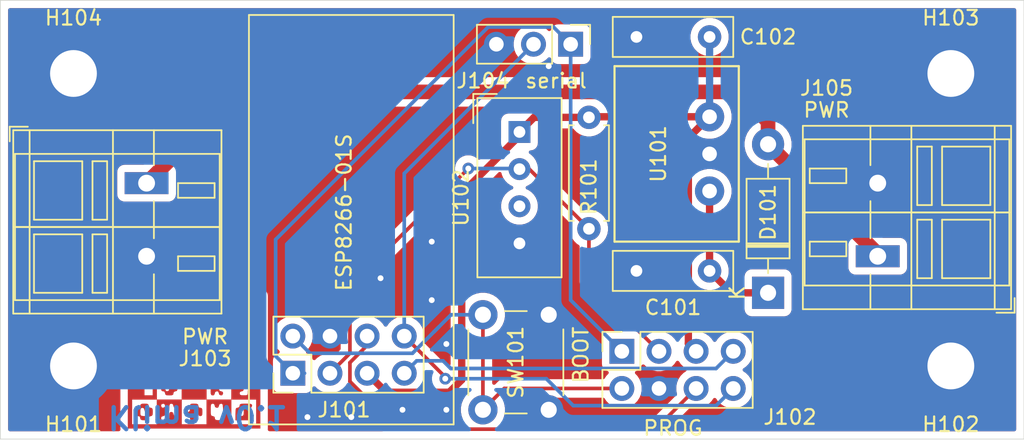
<source format=kicad_pcb>
(kicad_pcb (version 20171130) (host pcbnew "(5.1.9)-1")

  (general
    (thickness 1.6)
    (drawings 12)
    (tracks 82)
    (zones 0)
    (modules 17)
    (nets 11)
  )

  (page A4)
  (layers
    (0 F.Cu signal)
    (31 B.Cu signal)
    (32 B.Adhes user)
    (33 F.Adhes user)
    (34 B.Paste user)
    (35 F.Paste user)
    (36 B.SilkS user)
    (37 F.SilkS user)
    (38 B.Mask user)
    (39 F.Mask user)
    (40 Dwgs.User user)
    (41 Cmts.User user)
    (42 Eco1.User user)
    (43 Eco2.User user)
    (44 Edge.Cuts user)
    (45 Margin user)
    (46 B.CrtYd user)
    (47 F.CrtYd user)
    (48 B.Fab user)
    (49 F.Fab user)
  )

  (setup
    (last_trace_width 0.25)
    (user_trace_width 0.5)
    (user_trace_width 1)
    (trace_clearance 0.2)
    (zone_clearance 0.508)
    (zone_45_only no)
    (trace_min 0.2)
    (via_size 0.8)
    (via_drill 0.4)
    (via_min_size 0.4)
    (via_min_drill 0.3)
    (uvia_size 0.3)
    (uvia_drill 0.1)
    (uvias_allowed no)
    (uvia_min_size 0.2)
    (uvia_min_drill 0.1)
    (edge_width 0.05)
    (segment_width 0.2)
    (pcb_text_width 0.3)
    (pcb_text_size 1.5 1.5)
    (mod_edge_width 0.12)
    (mod_text_size 1 1)
    (mod_text_width 0.15)
    (pad_size 1.524 1.524)
    (pad_drill 0.762)
    (pad_to_mask_clearance 0)
    (aux_axis_origin 0 0)
    (visible_elements 7FFFFFFF)
    (pcbplotparams
      (layerselection 0x010fc_ffffffff)
      (usegerberextensions false)
      (usegerberattributes true)
      (usegerberadvancedattributes true)
      (creategerberjobfile true)
      (excludeedgelayer true)
      (linewidth 0.100000)
      (plotframeref false)
      (viasonmask false)
      (mode 1)
      (useauxorigin false)
      (hpglpennumber 1)
      (hpglpenspeed 20)
      (hpglpendiameter 15.000000)
      (psnegative false)
      (psa4output false)
      (plotreference true)
      (plotvalue true)
      (plotinvisibletext false)
      (padsonsilk false)
      (subtractmaskfromsilk false)
      (outputformat 1)
      (mirror false)
      (drillshape 1)
      (scaleselection 1)
      (outputdirectory ""))
  )

  (net 0 "")
  (net 1 "Net-(C101-Pad1)")
  (net 2 GND)
  (net 3 +3V3)
  (net 4 +12V)
  (net 5 /RX)
  (net 6 /IO0)
  (net 7 /IO2)
  (net 8 /~RST)
  (net 9 /EN)
  (net 10 /TX)

  (net_class Default "This is the default net class."
    (clearance 0.2)
    (trace_width 0.25)
    (via_dia 0.8)
    (via_drill 0.4)
    (uvia_dia 0.3)
    (uvia_drill 0.1)
    (add_net +12V)
    (add_net +3V3)
    (add_net /EN)
    (add_net /IO0)
    (add_net /IO2)
    (add_net /RX)
    (add_net /TX)
    (add_net /~RST)
    (add_net GND)
    (add_net "Net-(C101-Pad1)")
  )

  (module eurovibes:LOGO (layer F.Cu) (tedit 0) (tstamp 60DE403D)
    (at 113.25 94.75)
    (fp_text reference G*** (at 0 6) (layer F.SilkS) hide
      (effects (font (size 1.524 1.524) (thickness 0.3)))
    )
    (fp_text value LOGO (at 0 -5.5) (layer F.SilkS) hide
      (effects (font (size 1.524 1.524) (thickness 0.3)))
    )
    (fp_poly (pts (xy -0.097854 -0.55415) (xy -0.016023 -0.506188) (xy 0 -0.424512) (xy 0.023733 -0.331935)
      (xy 0.119657 -0.29102) (xy 0.283009 -0.283008) (xy 0.468163 -0.271142) (xy 0.549994 -0.22318)
      (xy 0.566017 -0.141504) (xy 0.515988 -0.023255) (xy 0.424513 0) (xy 0.306264 0.050029)
      (xy 0.283009 0.141504) (xy 0.267519 0.220537) (xy 0.199477 0.263243) (xy 0.04652 0.280407)
      (xy -0.141504 0.283009) (xy -0.566017 0.283009) (xy -0.566017 -0.141504) (xy -0.283008 -0.141504)
      (xy -0.232979 -0.023255) (xy -0.141504 0) (xy -0.023255 -0.050029) (xy 0 -0.141504)
      (xy -0.050029 -0.259752) (xy -0.141504 -0.283008) (xy -0.259752 -0.232979) (xy -0.283008 -0.141504)
      (xy -0.566017 -0.141504) (xy -0.566017 -0.566017) (xy -0.283008 -0.566017) (xy -0.097854 -0.55415)) (layer F.Cu) (width 0.01))
    (fp_poly (pts (xy 3.655853 1.465071) (xy 3.679109 1.556546) (xy 3.62908 1.674795) (xy 3.537605 1.69805)
      (xy 3.419356 1.648021) (xy 3.3961 1.556546) (xy 3.44613 1.438298) (xy 3.537605 1.415042)
      (xy 3.655853 1.465071)) (layer F.Cu) (width 0.01))
    (fp_poly (pts (xy -0.023255 -3.912088) (xy 0 -3.820613) (xy -0.050029 -3.702364) (xy -0.141504 -3.679108)
      (xy -0.259752 -3.729138) (xy -0.283008 -3.820613) (xy -0.232979 -3.938861) (xy -0.141504 -3.962117)
      (xy -0.023255 -3.912088)) (layer F.Cu) (width 0.01))
    (fp_poly (pts (xy 3.581255 -3.95025) (xy 3.663086 -3.902288) (xy 3.679109 -3.820613) (xy 3.729138 -3.702364)
      (xy 3.820613 -3.679108) (xy 3.899646 -3.663619) (xy 3.942351 -3.595577) (xy 3.959516 -3.44262)
      (xy 3.962117 -3.254596) (xy 3.962117 -2.830083) (xy 2.830084 -2.830083) (xy 2.830084 -3.254596)
      (xy 2.835247 -3.491695) (xy 2.857928 -3.619811) (xy 2.908913 -3.671304) (xy 2.971588 -3.679108)
      (xy 3.089836 -3.729138) (xy 3.113092 -3.820613) (xy 3.136825 -3.91319) (xy 3.232749 -3.954105)
      (xy 3.3961 -3.962117) (xy 3.581255 -3.95025)) (layer F.Cu) (width 0.01))
    (fp_poly (pts (xy 0.566017 -2.830083) (xy -0.566017 -2.830083) (xy -0.566017 -3.3961) (xy 0.566017 -3.3961)
      (xy 0.566017 -2.830083)) (layer F.Cu) (width 0.01))
    (fp_poly (pts (xy -3.210946 -3.95025) (xy -3.129115 -3.902288) (xy -3.113092 -3.820613) (xy -3.063062 -3.702364)
      (xy -2.971588 -3.679108) (xy -2.853339 -3.629079) (xy -2.830083 -3.537604) (xy -2.880113 -3.419356)
      (xy -2.971588 -3.3961) (xy -3.089836 -3.346071) (xy -3.113092 -3.254596) (xy -3.063062 -3.136347)
      (xy -2.971588 -3.113092) (xy -2.853339 -3.063062) (xy -2.830083 -2.971588) (xy -2.853816 -2.87901)
      (xy -2.94974 -2.838095) (xy -3.113092 -2.830083) (xy -3.298246 -2.84195) (xy -3.380077 -2.889912)
      (xy -3.3961 -2.971588) (xy -3.446129 -3.089836) (xy -3.537604 -3.113092) (xy -3.655853 -3.163121)
      (xy -3.679108 -3.254596) (xy -3.729138 -3.372844) (xy -3.820613 -3.3961) (xy -3.938861 -3.446129)
      (xy -3.962117 -3.537604) (xy -3.912088 -3.655853) (xy -3.820613 -3.679108) (xy -3.702364 -3.729138)
      (xy -3.679108 -3.820613) (xy -3.655376 -3.91319) (xy -3.559452 -3.954105) (xy -3.3961 -3.962117)
      (xy -3.210946 -3.95025)) (layer F.Cu) (width 0.01))
    (fp_poly (pts (xy 1.957803 -2.214037) (xy 1.981059 -2.122562) (xy 2.031088 -2.004314) (xy 2.122563 -1.981058)
      (xy 2.240811 -1.931029) (xy 2.264067 -1.839554) (xy 2.240334 -1.746977) (xy 2.14441 -1.706061)
      (xy 1.981059 -1.69805) (xy 1.79991 -1.704858) (xy 1.719417 -1.752515) (xy 1.698731 -1.881869)
      (xy 1.69805 -1.981058) (xy 1.709917 -2.166213) (xy 1.757879 -2.248044) (xy 1.839555 -2.264067)
      (xy 1.957803 -2.214037)) (layer F.Cu) (width 0.01))
    (fp_poly (pts (xy 1.957803 -1.365012) (xy 1.981059 -1.273537) (xy 1.931029 -1.155289) (xy 1.839555 -1.132033)
      (xy 1.721306 -1.182063) (xy 1.69805 -1.273537) (xy 1.74808 -1.391786) (xy 1.839555 -1.415042)
      (xy 1.957803 -1.365012)) (layer F.Cu) (width 0.01))
    (fp_poly (pts (xy 1.344041 -2.25225) (xy 1.386296 -2.197823) (xy 1.407417 -2.072322) (xy 1.414521 -1.847285)
      (xy 1.415042 -1.69805) (xy 1.412088 -1.416036) (xy 1.398481 -1.247018) (xy 1.367106 -1.162533)
      (xy 1.310846 -1.134116) (xy 1.273538 -1.132033) (xy 1.203034 -1.14385) (xy 1.16078 -1.198277)
      (xy 1.139659 -1.323777) (xy 1.132554 -1.548815) (xy 1.132034 -1.69805) (xy 1.134988 -1.980064)
      (xy 1.148595 -2.149082) (xy 1.17997 -2.233567) (xy 1.236229 -2.261984) (xy 1.273538 -2.264067)
      (xy 1.344041 -2.25225)) (layer F.Cu) (width 0.01))
    (fp_poly (pts (xy -1.132033 -1.132033) (xy -1.556546 -1.132033) (xy -1.793645 -1.137196) (xy -1.92176 -1.159877)
      (xy -1.973254 -1.210863) (xy -1.981058 -1.273537) (xy -2.031088 -1.391786) (xy -2.122562 -1.415042)
      (xy -2.201595 -1.430531) (xy -2.244301 -1.498573) (xy -2.250806 -1.556546) (xy -1.981058 -1.556546)
      (xy -1.957325 -1.463969) (xy -1.861402 -1.423053) (xy -1.69805 -1.415042) (xy -1.512896 -1.426908)
      (xy -1.431065 -1.47487) (xy -1.415042 -1.556546) (xy -1.438774 -1.649123) (xy -1.534698 -1.690038)
      (xy -1.69805 -1.69805) (xy -1.883204 -1.686184) (xy -1.965035 -1.638222) (xy -1.981058 -1.556546)
      (xy -2.250806 -1.556546) (xy -2.261465 -1.65153) (xy -2.264067 -1.839554) (xy -2.258903 -2.076653)
      (xy -2.236223 -2.204769) (xy -2.185237 -2.256262) (xy -2.122562 -2.264067) (xy -2.004314 -2.214037)
      (xy -1.981058 -2.122562) (xy -1.931029 -2.004314) (xy -1.839554 -1.981058) (xy -1.721306 -2.031088)
      (xy -1.69805 -2.122562) (xy -1.674317 -2.21514) (xy -1.578393 -2.256055) (xy -1.415042 -2.264067)
      (xy -1.132033 -2.264067) (xy -1.132033 -1.132033)) (layer F.Cu) (width 0.01))
    (fp_poly (pts (xy 3.347173 -0.542284) (xy 3.388089 -0.44636) (xy 3.3961 -0.283008) (xy 3.402909 -0.10186)
      (xy 3.450565 -0.021367) (xy 3.57992 -0.00068) (xy 3.679109 0) (xy 3.860257 0.006808)
      (xy 3.94075 0.054465) (xy 3.961437 0.18382) (xy 3.962117 0.283009) (xy 3.962117 0.566017)
      (xy 3.3961 0.566017) (xy 3.114087 0.563063) (xy 2.945069 0.549456) (xy 2.860583 0.518081)
      (xy 2.832167 0.461821) (xy 2.830084 0.424513) (xy 2.880113 0.306264) (xy 2.971588 0.283009)
      (xy 3.089836 0.232979) (xy 3.113092 0.141504) (xy 3.063063 0.023256) (xy 2.971588 0)
      (xy 2.853339 -0.050029) (xy 2.830084 -0.141504) (xy 2.880113 -0.259752) (xy 2.971588 -0.283008)
      (xy 3.089836 -0.333037) (xy 3.113092 -0.424512) (xy 3.163121 -0.542761) (xy 3.254596 -0.566017)
      (xy 3.347173 -0.542284)) (layer F.Cu) (width 0.01))
    (fp_poly (pts (xy -3.419356 -0.515987) (xy -3.3961 -0.424512) (xy -3.446129 -0.306264) (xy -3.537604 -0.283008)
      (xy -3.655853 -0.232979) (xy -3.679108 -0.141504) (xy -3.629079 -0.023255) (xy -3.537604 0)
      (xy -3.419356 0.050029) (xy -3.3961 0.141504) (xy -3.346071 0.259753) (xy -3.254596 0.283009)
      (xy -3.136347 0.333038) (xy -3.113092 0.424513) (xy -3.163121 0.542761) (xy -3.254596 0.566017)
      (xy -3.372844 0.515988) (xy -3.3961 0.424513) (xy -3.446129 0.306264) (xy -3.537604 0.283009)
      (xy -3.655853 0.333038) (xy -3.679108 0.424513) (xy -3.729138 0.542761) (xy -3.820613 0.566017)
      (xy -3.899646 0.550527) (xy -3.942351 0.482485) (xy -3.959515 0.329529) (xy -3.962117 0.141504)
      (xy -3.956954 -0.095594) (xy -3.934273 -0.22371) (xy -3.883287 -0.275204) (xy -3.820613 -0.283008)
      (xy -3.702364 -0.333037) (xy -3.679108 -0.424512) (xy -3.629079 -0.542761) (xy -3.537604 -0.566017)
      (xy -3.419356 -0.515987)) (layer F.Cu) (width 0.01))
    (fp_poly (pts (xy 1.391786 1.182063) (xy 1.415042 1.273538) (xy 1.365013 1.391786) (xy 1.273538 1.415042)
      (xy 1.155289 1.365013) (xy 1.132034 1.273538) (xy 1.182063 1.155289) (xy 1.273538 1.132034)
      (xy 1.391786 1.182063)) (layer F.Cu) (width 0.01))
    (fp_poly (pts (xy 1.957803 1.465071) (xy 1.981059 1.556546) (xy 1.931029 1.674795) (xy 1.839555 1.69805)
      (xy 1.721306 1.74808) (xy 1.69805 1.839555) (xy 1.74808 1.957803) (xy 1.839555 1.981059)
      (xy 1.957803 2.031088) (xy 1.981059 2.122563) (xy 1.931029 2.240811) (xy 1.839555 2.264067)
      (xy 1.721306 2.214038) (xy 1.69805 2.122563) (xy 1.648021 2.004314) (xy 1.556546 1.981059)
      (xy 1.438298 2.031088) (xy 1.415042 2.122563) (xy 1.365013 2.240811) (xy 1.273538 2.264067)
      (xy 1.180961 2.240334) (xy 1.140045 2.14441) (xy 1.132034 1.981059) (xy 1.138842 1.79991)
      (xy 1.186499 1.719417) (xy 1.315853 1.698731) (xy 1.415042 1.69805) (xy 1.600196 1.686184)
      (xy 1.682027 1.638222) (xy 1.69805 1.556546) (xy 1.74808 1.438298) (xy 1.839555 1.415042)
      (xy 1.957803 1.465071)) (layer F.Cu) (width 0.01))
    (fp_poly (pts (xy -2.04353 1.147523) (xy -2.000824 1.215566) (xy -1.98366 1.368522) (xy -1.981058 1.556546)
      (xy -1.975895 1.793645) (xy -1.953214 1.921761) (xy -1.902229 1.973254) (xy -1.839554 1.981059)
      (xy -1.746977 1.957326) (xy -1.706061 1.861402) (xy -1.69805 1.69805) (xy -1.686184 1.512896)
      (xy -1.638222 1.431065) (xy -1.556546 1.415042) (xy -1.438297 1.465071) (xy -1.415042 1.556546)
      (xy -1.365012 1.674795) (xy -1.273537 1.69805) (xy -1.155289 1.74808) (xy -1.132033 1.839555)
      (xy -1.182063 1.957803) (xy -1.273537 1.981059) (xy -1.391786 2.031088) (xy -1.415042 2.122563)
      (xy -1.438774 2.21514) (xy -1.534698 2.256056) (xy -1.69805 2.264067) (xy -1.883204 2.252201)
      (xy -1.965035 2.204239) (xy -1.981058 2.122563) (xy -2.031088 2.004314) (xy -2.122562 1.981059)
      (xy -2.201595 1.965569) (xy -2.244301 1.897527) (xy -2.261465 1.744571) (xy -2.264067 1.556546)
      (xy -2.258903 1.319447) (xy -2.236223 1.191332) (xy -2.185237 1.139838) (xy -2.122562 1.132034)
      (xy -2.04353 1.147523)) (layer F.Cu) (width 0.01))
    (fp_poly (pts (xy 2.547075 -0.849025) (xy 2.547075 0.849025) (xy 0.849025 0.849025) (xy 0.849025 2.547075)
      (xy -0.849025 2.547075) (xy -0.849025 1.273538) (xy -0.283008 1.273538) (xy -0.232979 1.391786)
      (xy -0.141504 1.415042) (xy -0.023255 1.465071) (xy 0 1.556546) (xy 0.023733 1.649123)
      (xy 0.119657 1.690039) (xy 0.283009 1.69805) (xy 0.468163 1.686184) (xy 0.549994 1.638222)
      (xy 0.566017 1.556546) (xy 0.515988 1.438298) (xy 0.424513 1.415042) (xy 0.306264 1.365013)
      (xy 0.283009 1.273538) (xy 0.259276 1.180961) (xy 0.163352 1.140045) (xy 0 1.132034)
      (xy -0.185154 1.1439) (xy -0.266985 1.191862) (xy -0.283008 1.273538) (xy -0.849025 1.273538)
      (xy -0.849025 0.849025) (xy -2.547075 0.849025) (xy -2.547075 0.141504) (xy -2.264067 0.141504)
      (xy -2.258903 0.378603) (xy -2.236223 0.506719) (xy -2.185237 0.558213) (xy -2.122562 0.566017)
      (xy -2.004314 0.515988) (xy -1.981058 0.424513) (xy -1.957325 0.331936) (xy -1.861402 0.29102)
      (xy -1.69805 0.283009) (xy -1.512896 0.294875) (xy -1.431065 0.342837) (xy -1.415042 0.424513)
      (xy -1.365012 0.542761) (xy -1.273537 0.566017) (xy -1.155289 0.515988) (xy -1.132033 0.424513)
      (xy -1.182063 0.306264) (xy -1.273537 0.283009) (xy -1.391786 0.232979) (xy -1.415042 0.141504)
      (xy -1.365012 0.023256) (xy -1.273537 0) (xy -1.155289 -0.050029) (xy -1.132033 -0.141504)
      (xy -1.155766 -0.234081) (xy -1.25169 -0.274997) (xy -1.415042 -0.283008) (xy -1.600196 -0.294875)
      (xy -1.682027 -0.342836) (xy -1.69805 -0.424512) (xy -1.748079 -0.542761) (xy -1.839554 -0.566017)
      (xy -1.957803 -0.515987) (xy -1.981058 -0.424512) (xy -2.031088 -0.306264) (xy -2.122562 -0.283008)
      (xy -2.201595 -0.267519) (xy -2.244301 -0.199476) (xy -2.261465 -0.04652) (xy -2.264067 0.141504)
      (xy -2.547075 0.141504) (xy -2.547075 -0.849025) (xy -0.849025 -0.849025) (xy -0.849025 0.849025)
      (xy 0.849025 0.849025) (xy 0.849025 0.141504) (xy 1.132034 0.141504) (xy 1.182063 0.259753)
      (xy 1.273538 0.283009) (xy 1.391786 0.333038) (xy 1.415042 0.424513) (xy 1.465071 0.542761)
      (xy 1.556546 0.566017) (xy 1.674795 0.515988) (xy 1.69805 0.424513) (xy 1.648021 0.306264)
      (xy 1.556546 0.283009) (xy 1.438298 0.232979) (xy 1.415042 0.141504) (xy 1.465071 0.023256)
      (xy 1.556546 0) (xy 1.674795 -0.050029) (xy 1.69805 -0.141504) (xy 1.74808 -0.259752)
      (xy 1.839555 -0.283008) (xy 1.957803 -0.333037) (xy 1.981059 -0.424512) (xy 1.957326 -0.517089)
      (xy 1.861402 -0.558005) (xy 1.69805 -0.566017) (xy 1.516902 -0.559208) (xy 1.436409 -0.511552)
      (xy 1.415723 -0.382197) (xy 1.415042 -0.283008) (xy 1.403176 -0.097854) (xy 1.355214 -0.016023)
      (xy 1.273538 0) (xy 1.155289 0.050029) (xy 1.132034 0.141504) (xy 0.849025 0.141504)
      (xy 0.849025 -0.849025) (xy -0.849025 -0.849025) (xy -0.849025 -1.273537) (xy -0.566017 -1.273537)
      (xy -0.515987 -1.155289) (xy -0.424512 -1.132033) (xy -0.306264 -1.182063) (xy -0.283008 -1.273537)
      (xy 0 -1.273537) (xy 0.050029 -1.155289) (xy 0.141504 -1.132033) (xy 0.259753 -1.182063)
      (xy 0.283009 -1.273537) (xy 0.232979 -1.391786) (xy 0.141504 -1.415042) (xy 0.023256 -1.365012)
      (xy 0 -1.273537) (xy -0.283008 -1.273537) (xy -0.333037 -1.391786) (xy -0.424512 -1.415042)
      (xy -0.542761 -1.365012) (xy -0.566017 -1.273537) (xy -0.849025 -1.273537) (xy -0.849025 -2.122562)
      (xy -0.283008 -2.122562) (xy -0.232979 -2.004314) (xy -0.141504 -1.981058) (xy 0.283009 -1.981058)
      (xy 0.294875 -1.795904) (xy 0.342837 -1.714073) (xy 0.424513 -1.69805) (xy 0.51709 -1.721783)
      (xy 0.558005 -1.817707) (xy 0.566017 -1.981058) (xy 0.554151 -2.166213) (xy 0.506189 -2.248044)
      (xy 0.424513 -2.264067) (xy 0.331936 -2.240334) (xy 0.29102 -2.14441) (xy 0.283009 -1.981058)
      (xy -0.141504 -1.981058) (xy -0.023255 -2.031088) (xy 0 -2.122562) (xy -0.050029 -2.240811)
      (xy -0.141504 -2.264067) (xy -0.259752 -2.214037) (xy -0.283008 -2.122562) (xy -0.849025 -2.122562)
      (xy -0.849025 -2.547075) (xy 0.849025 -2.547075) (xy 0.849025 -0.849025) (xy 2.547075 -0.849025)) (layer F.Cu) (width 0.01))
    (fp_poly (pts (xy 3.774704 2.835247) (xy 3.902819 2.857928) (xy 3.954313 2.908913) (xy 3.962117 2.971588)
      (xy 3.912088 3.089836) (xy 3.820613 3.113092) (xy 3.702365 3.163121) (xy 3.679109 3.254596)
      (xy 3.729138 3.372845) (xy 3.820613 3.3961) (xy 3.91319 3.419833) (xy 3.954106 3.515757)
      (xy 3.962117 3.679109) (xy 3.962117 3.962117) (xy 2.830084 3.962117) (xy 2.830084 3.537605)
      (xy 2.833165 3.3961) (xy 3.113092 3.3961) (xy 3.124959 3.581255) (xy 3.17292 3.663086)
      (xy 3.254596 3.679109) (xy 3.347173 3.655376) (xy 3.388089 3.559452) (xy 3.3961 3.3961)
      (xy 3.384234 3.210946) (xy 3.336272 3.129115) (xy 3.254596 3.113092) (xy 3.162019 3.136825)
      (xy 3.121104 3.232749) (xy 3.113092 3.3961) (xy 2.833165 3.3961) (xy 2.835247 3.300506)
      (xy 2.857928 3.17239) (xy 2.908913 3.120896) (xy 2.971588 3.113092) (xy 3.089836 3.063063)
      (xy 3.113092 2.971588) (xy 3.128582 2.892555) (xy 3.196624 2.84985) (xy 3.34958 2.832685)
      (xy 3.537605 2.830084) (xy 3.774704 2.835247)) (layer F.Cu) (width 0.01))
    (fp_poly (pts (xy 0.185155 2.84195) (xy 0.266986 2.889912) (xy 0.283009 2.971588) (xy 0.333038 3.089836)
      (xy 0.424513 3.113092) (xy 0.51709 3.136825) (xy 0.558005 3.232749) (xy 0.566017 3.3961)
      (xy 0.554151 3.581255) (xy 0.506189 3.663086) (xy 0.424513 3.679109) (xy 0.331936 3.655376)
      (xy 0.29102 3.559452) (xy 0.283009 3.3961) (xy 0.271142 3.210946) (xy 0.22318 3.129115)
      (xy 0.141504 3.113092) (xy 0.062471 3.128582) (xy 0.019766 3.196624) (xy 0.002602 3.34958)
      (xy 0 3.537605) (xy -0.005163 3.774704) (xy -0.027844 3.902819) (xy -0.078829 3.954313)
      (xy -0.141504 3.962117) (xy -0.259752 3.912088) (xy -0.283008 3.820613) (xy -0.333037 3.702365)
      (xy -0.424512 3.679109) (xy -0.542761 3.62908) (xy -0.566017 3.537605) (xy -0.515987 3.419356)
      (xy -0.424512 3.3961) (xy -0.331935 3.372368) (xy -0.29102 3.276444) (xy -0.283008 3.113092)
      (xy -0.2762 2.931944) (xy -0.228543 2.851451) (xy -0.099189 2.830764) (xy 0 2.830084)
      (xy 0.185155 2.84195)) (layer F.Cu) (width 0.01))
    (fp_poly (pts (xy -3.210946 2.84195) (xy -3.129115 2.889912) (xy -3.113092 2.971588) (xy -3.063062 3.089836)
      (xy -2.971588 3.113092) (xy -2.87901 3.136825) (xy -2.838095 3.232749) (xy -2.830083 3.3961)
      (xy -2.84195 3.581255) (xy -2.889912 3.663086) (xy -2.971588 3.679109) (xy -3.089836 3.729138)
      (xy -3.113092 3.820613) (xy -3.136825 3.91319) (xy -3.232748 3.954106) (xy -3.3961 3.962117)
      (xy -3.581254 3.950251) (xy -3.663085 3.902289) (xy -3.679108 3.820613) (xy -3.729138 3.702365)
      (xy -3.820613 3.679109) (xy -3.91319 3.655376) (xy -3.954105 3.559452) (xy -3.962117 3.3961)
      (xy -3.679108 3.3961) (xy -3.6723 3.577249) (xy -3.624643 3.657742) (xy -3.495289 3.678428)
      (xy -3.3961 3.679109) (xy -3.210946 3.667242) (xy -3.129115 3.619281) (xy -3.113092 3.537605)
      (xy -3.163121 3.419356) (xy -3.254596 3.3961) (xy -3.372844 3.346071) (xy -3.3961 3.254596)
      (xy -3.446129 3.136348) (xy -3.537604 3.113092) (xy -3.630181 3.136825) (xy -3.671097 3.232749)
      (xy -3.679108 3.3961) (xy -3.962117 3.3961) (xy -3.95025 3.210946) (xy -3.902288 3.129115)
      (xy -3.820613 3.113092) (xy -3.702364 3.063063) (xy -3.679108 2.971588) (xy -3.655376 2.879011)
      (xy -3.559452 2.838095) (xy -3.3961 2.830084) (xy -3.210946 2.84195)) (layer F.Cu) (width 0.01))
    (fp_poly (pts (xy 4.528134 4.528134) (xy -4.528133 4.528134) (xy -4.528133 2.547075) (xy -4.245125 2.547075)
      (xy -4.245125 4.245126) (xy -2.547075 4.245126) (xy -2.547075 3.820613) (xy -2.264067 3.820613)
      (xy -2.240334 3.91319) (xy -2.14441 3.954106) (xy -1.981058 3.962117) (xy -1.79991 3.955309)
      (xy -1.719417 3.907652) (xy -1.69873 3.778298) (xy -1.69805 3.679109) (xy -1.686184 3.493955)
      (xy -1.638222 3.412123) (xy -1.556546 3.3961) (xy -1.438297 3.44613) (xy -1.415042 3.537605)
      (xy -1.365012 3.655853) (xy -1.273537 3.679109) (xy -1.18096 3.655376) (xy -1.140045 3.559452)
      (xy -1.132033 3.3961) (xy -1.1439 3.210946) (xy -1.191862 3.129115) (xy -1.273537 3.113092)
      (xy -1.391786 3.063063) (xy -1.415042 2.971588) (xy -1.465071 2.853339) (xy -1.556546 2.830084)
      (xy -1.649123 2.853817) (xy -1.690038 2.94974) (xy -1.69805 3.113092) (xy -1.709916 3.298246)
      (xy -1.757878 3.380078) (xy -1.839554 3.3961) (xy -1.957803 3.44613) (xy -1.981058 3.537605)
      (xy -2.031088 3.655853) (xy -2.122562 3.679109) (xy -2.240811 3.729138) (xy -2.264067 3.820613)
      (xy -2.547075 3.820613) (xy -2.547075 2.971588) (xy -2.264067 2.971588) (xy -2.214037 3.089836)
      (xy -2.122562 3.113092) (xy -2.004314 3.063063) (xy -1.981058 2.971588) (xy -2.031088 2.853339)
      (xy -2.122562 2.830084) (xy -2.240811 2.880113) (xy -2.264067 2.971588) (xy -2.547075 2.971588)
      (xy -2.547075 2.547075) (xy -4.245125 2.547075) (xy -4.528133 2.547075) (xy -4.528133 1.415042)
      (xy -3.962117 1.415042) (xy -3.95025 1.600196) (xy -3.902288 1.682027) (xy -3.820613 1.69805)
      (xy -3.728035 1.674318) (xy -3.68712 1.578394) (xy -3.679108 1.415042) (xy -3.690975 1.229888)
      (xy -3.738937 1.148057) (xy -3.820613 1.132034) (xy -3.3961 1.132034) (xy -3.3961 2.264067)
      (xy -2.830083 2.264067) (xy -2.830083 1.132034) (xy -3.3961 1.132034) (xy -3.820613 1.132034)
      (xy -3.91319 1.155766) (xy -3.954105 1.25169) (xy -3.962117 1.415042) (xy -4.528133 1.415042)
      (xy -4.528133 -0.849025) (xy -4.245125 -0.849025) (xy -4.245125 0.849025) (xy -2.547075 0.849025)
      (xy -2.547075 2.547075) (xy -0.849025 2.547075) (xy -0.849025 4.245126) (xy 0.849025 4.245126)
      (xy 0.849025 3.254596) (xy 1.132034 3.254596) (xy 1.137197 3.491695) (xy 1.159878 3.619811)
      (xy 1.210863 3.671304) (xy 1.273538 3.679109) (xy 1.391786 3.729138) (xy 1.415042 3.820613)
      (xy 1.438775 3.91319) (xy 1.534699 3.954106) (xy 1.69805 3.962117) (xy 1.981059 3.962117)
      (xy 1.981059 3.3961) (xy 1.978104 3.114087) (xy 1.964498 2.945069) (xy 1.933123 2.860583)
      (xy 1.876863 2.832167) (xy 1.839555 2.830084) (xy 1.721306 2.880113) (xy 1.69805 2.971588)
      (xy 1.648021 3.089836) (xy 1.556546 3.113092) (xy 1.438298 3.063063) (xy 1.415042 2.971588)
      (xy 1.365013 2.853339) (xy 1.273538 2.830084) (xy 1.194505 2.845573) (xy 1.1518 2.913616)
      (xy 1.134635 3.066572) (xy 1.132034 3.254596) (xy 0.849025 3.254596) (xy 0.849025 2.547075)
      (xy 2.547075 2.547075) (xy 2.547075 4.245126) (xy 4.245126 4.245126) (xy 4.245126 2.547075)
      (xy 2.547075 2.547075) (xy 2.547075 1.415042) (xy 2.830084 1.415042) (xy 2.836892 1.59619)
      (xy 2.884549 1.676683) (xy 3.013903 1.69737) (xy 3.113092 1.69805) (xy 3.298246 1.709917)
      (xy 3.380078 1.757879) (xy 3.3961 1.839555) (xy 3.346071 1.957803) (xy 3.254596 1.981059)
      (xy 3.136348 2.031088) (xy 3.113092 2.122563) (xy 3.136825 2.21514) (xy 3.232749 2.256056)
      (xy 3.3961 2.264067) (xy 3.577249 2.257259) (xy 3.657742 2.209602) (xy 3.678428 2.080248)
      (xy 3.679109 1.981059) (xy 3.690975 1.795904) (xy 3.738937 1.714073) (xy 3.820613 1.69805)
      (xy 3.938862 1.648021) (xy 3.962117 1.556546) (xy 3.912088 1.438298) (xy 3.820613 1.415042)
      (xy 3.702365 1.365013) (xy 3.679109 1.273538) (xy 3.62908 1.155289) (xy 3.537605 1.132034)
      (xy 3.419356 1.182063) (xy 3.3961 1.273538) (xy 3.346071 1.391786) (xy 3.254596 1.415042)
      (xy 3.136348 1.365013) (xy 3.113092 1.273538) (xy 3.063063 1.155289) (xy 2.971588 1.132034)
      (xy 2.879011 1.155766) (xy 2.838095 1.25169) (xy 2.830084 1.415042) (xy 2.547075 1.415042)
      (xy 2.547075 0.849025) (xy 4.245126 0.849025) (xy 4.245126 -0.849025) (xy 2.547075 -0.849025)
      (xy 2.547075 -2.122562) (xy 2.830084 -2.122562) (xy 2.880113 -2.004314) (xy 2.971588 -1.981058)
      (xy 3.089836 -1.931029) (xy 3.113092 -1.839554) (xy 3.063063 -1.721306) (xy 2.971588 -1.69805)
      (xy 2.853339 -1.648021) (xy 2.830084 -1.556546) (xy 2.880113 -1.438297) (xy 2.971588 -1.415042)
      (xy 3.089836 -1.465071) (xy 3.113092 -1.556546) (xy 3.163121 -1.674794) (xy 3.254596 -1.69805)
      (xy 3.347173 -1.674317) (xy 3.388089 -1.578393) (xy 3.3961 -1.415042) (xy 3.402909 -1.233893)
      (xy 3.450565 -1.1534) (xy 3.57992 -1.132714) (xy 3.679109 -1.132033) (xy 3.962117 -1.132033)
      (xy 3.962117 -1.69805) (xy 3.959163 -1.980064) (xy 3.945556 -2.149082) (xy 3.914181 -2.233567)
      (xy 3.857922 -2.261984) (xy 3.820613 -2.264067) (xy 3.728036 -2.240334) (xy 3.68712 -2.14441)
      (xy 3.679109 -1.981058) (xy 3.667242 -1.795904) (xy 3.619281 -1.714073) (xy 3.537605 -1.69805)
      (xy 3.419356 -1.748079) (xy 3.3961 -1.839554) (xy 3.346071 -1.957803) (xy 3.254596 -1.981058)
      (xy 3.136348 -2.031088) (xy 3.113092 -2.122562) (xy 3.063063 -2.240811) (xy 2.971588 -2.264067)
      (xy 2.853339 -2.214037) (xy 2.830084 -2.122562) (xy 2.547075 -2.122562) (xy 2.547075 -2.547075)
      (xy 0.849025 -2.547075) (xy 0.849025 -3.679108) (xy 1.132034 -3.679108) (xy 1.132034 -3.3961)
      (xy 2.264067 -3.3961) (xy 2.264067 -3.679108) (xy 2.257259 -3.860257) (xy 2.209602 -3.94075)
      (xy 2.080248 -3.961436) (xy 1.981059 -3.962117) (xy 1.795904 -3.95025) (xy 1.714073 -3.902288)
      (xy 1.69805 -3.820613) (xy 1.648021 -3.702364) (xy 1.556546 -3.679108) (xy 1.438298 -3.729138)
      (xy 1.415042 -3.820613) (xy 1.365013 -3.938861) (xy 1.273538 -3.962117) (xy 1.180961 -3.938384)
      (xy 1.140045 -3.84246) (xy 1.132034 -3.679108) (xy 0.849025 -3.679108) (xy 0.849025 -4.245125)
      (xy 2.547075 -4.245125) (xy 2.547075 -2.547075) (xy 4.245126 -2.547075) (xy 4.245126 -4.245125)
      (xy 2.547075 -4.245125) (xy 0.849025 -4.245125) (xy -0.849025 -4.245125) (xy -0.849025 -2.547075)
      (xy -2.547075 -2.547075) (xy -2.547075 -0.849025) (xy -4.245125 -0.849025) (xy -4.528133 -0.849025)
      (xy -4.528133 -1.415042) (xy -3.962117 -1.415042) (xy -3.95025 -1.229887) (xy -3.902288 -1.148056)
      (xy -3.820613 -1.132033) (xy -3.728035 -1.155766) (xy -3.68712 -1.25169) (xy -3.679108 -1.415042)
      (xy -3.688177 -1.556546) (xy -3.3961 -1.556546) (xy -3.3961 -1.132033) (xy -3.113092 -1.132033)
      (xy -2.927937 -1.1439) (xy -2.846106 -1.191862) (xy -2.830083 -1.273537) (xy -2.880113 -1.391786)
      (xy -2.971588 -1.415042) (xy -3.089836 -1.465071) (xy -3.113092 -1.556546) (xy -3.063062 -1.674794)
      (xy -2.971588 -1.69805) (xy -2.87901 -1.721783) (xy -2.838095 -1.817707) (xy -2.830083 -1.981058)
      (xy -2.84195 -2.166213) (xy -2.889912 -2.248044) (xy -2.971588 -2.264067) (xy -3.089836 -2.214037)
      (xy -3.113092 -2.122562) (xy -3.163121 -2.004314) (xy -3.254596 -1.981058) (xy -3.333629 -1.965569)
      (xy -3.376334 -1.897526) (xy -3.393499 -1.74457) (xy -3.3961 -1.556546) (xy -3.688177 -1.556546)
      (xy -3.690975 -1.600196) (xy -3.738937 -1.682027) (xy -3.820613 -1.69805) (xy -3.91319 -1.674317)
      (xy -3.954105 -1.578393) (xy -3.962117 -1.415042) (xy -4.528133 -1.415042) (xy -4.528133 -2.122562)
      (xy -3.962117 -2.122562) (xy -3.912088 -2.004314) (xy -3.820613 -1.981058) (xy -3.702364 -2.031088)
      (xy -3.679108 -2.122562) (xy -3.729138 -2.240811) (xy -3.820613 -2.264067) (xy -3.938861 -2.214037)
      (xy -3.962117 -2.122562) (xy -4.528133 -2.122562) (xy -4.528133 -4.245125) (xy -4.245125 -4.245125)
      (xy -4.245125 -2.547075) (xy -2.547075 -2.547075) (xy -2.547075 -3.679108) (xy -2.264067 -3.679108)
      (xy -2.264067 -3.3961) (xy -1.132033 -3.3961) (xy -1.132033 -3.679108) (xy -1.138841 -3.860257)
      (xy -1.186498 -3.94075) (xy -1.315853 -3.961436) (xy -1.415042 -3.962117) (xy -1.600196 -3.95025)
      (xy -1.682027 -3.902288) (xy -1.69805 -3.820613) (xy -1.748079 -3.702364) (xy -1.839554 -3.679108)
      (xy -1.957803 -3.729138) (xy -1.981058 -3.820613) (xy -2.031088 -3.938861) (xy -2.122562 -3.962117)
      (xy -2.21514 -3.938384) (xy -2.256055 -3.84246) (xy -2.264067 -3.679108) (xy -2.547075 -3.679108)
      (xy -2.547075 -4.245125) (xy -4.245125 -4.245125) (xy -4.528133 -4.245125) (xy -4.528133 -4.528133)
      (xy 4.528134 -4.528133) (xy 4.528134 4.528134)) (layer F.Cu) (width 0.01))
  )

  (module Button_Switch_THT:SW_PUSH_6mm (layer F.Cu) (tedit 5A02FE31) (tstamp 60DD8327)
    (at 133 98 90)
    (descr https://www.omron.com/ecb/products/pdf/en-b3f.pdf)
    (tags "tact sw push 6mm")
    (path /60DD32C7)
    (fp_text reference SW101 (at 3.25 2.25 90) (layer F.SilkS)
      (effects (font (size 1 1) (thickness 0.15)))
    )
    (fp_text value BOOT (at 3.75 6.7 90) (layer F.SilkS)
      (effects (font (size 1 1) (thickness 0.15)))
    )
    (fp_line (start 3.25 -0.75) (end 6.25 -0.75) (layer F.Fab) (width 0.1))
    (fp_line (start 6.25 -0.75) (end 6.25 5.25) (layer F.Fab) (width 0.1))
    (fp_line (start 6.25 5.25) (end 0.25 5.25) (layer F.Fab) (width 0.1))
    (fp_line (start 0.25 5.25) (end 0.25 -0.75) (layer F.Fab) (width 0.1))
    (fp_line (start 0.25 -0.75) (end 3.25 -0.75) (layer F.Fab) (width 0.1))
    (fp_line (start 7.75 6) (end 8 6) (layer F.CrtYd) (width 0.05))
    (fp_line (start 8 6) (end 8 5.75) (layer F.CrtYd) (width 0.05))
    (fp_line (start 7.75 -1.5) (end 8 -1.5) (layer F.CrtYd) (width 0.05))
    (fp_line (start 8 -1.5) (end 8 -1.25) (layer F.CrtYd) (width 0.05))
    (fp_line (start -1.5 -1.25) (end -1.5 -1.5) (layer F.CrtYd) (width 0.05))
    (fp_line (start -1.5 -1.5) (end -1.25 -1.5) (layer F.CrtYd) (width 0.05))
    (fp_line (start -1.5 5.75) (end -1.5 6) (layer F.CrtYd) (width 0.05))
    (fp_line (start -1.5 6) (end -1.25 6) (layer F.CrtYd) (width 0.05))
    (fp_line (start -1.25 -1.5) (end 7.75 -1.5) (layer F.CrtYd) (width 0.05))
    (fp_line (start -1.5 5.75) (end -1.5 -1.25) (layer F.CrtYd) (width 0.05))
    (fp_line (start 7.75 6) (end -1.25 6) (layer F.CrtYd) (width 0.05))
    (fp_line (start 8 -1.25) (end 8 5.75) (layer F.CrtYd) (width 0.05))
    (fp_line (start 1 5.5) (end 5.5 5.5) (layer F.SilkS) (width 0.12))
    (fp_line (start -0.25 1.5) (end -0.25 3) (layer F.SilkS) (width 0.12))
    (fp_line (start 5.5 -1) (end 1 -1) (layer F.SilkS) (width 0.12))
    (fp_line (start 6.75 3) (end 6.75 1.5) (layer F.SilkS) (width 0.12))
    (fp_circle (center 3.25 2.25) (end 1.25 2.5) (layer F.Fab) (width 0.1))
    (fp_text user %R (at 3.25 2.25 90) (layer F.Fab)
      (effects (font (size 1 1) (thickness 0.15)))
    )
    (pad 2 thru_hole circle (at 0 4.5 180) (size 2 2) (drill 1.1) (layers *.Cu *.Mask)
      (net 2 GND))
    (pad 1 thru_hole circle (at 0 0 180) (size 2 2) (drill 1.1) (layers *.Cu *.Mask)
      (net 6 /IO0))
    (pad 2 thru_hole circle (at 6.5 4.5 180) (size 2 2) (drill 1.1) (layers *.Cu *.Mask)
      (net 2 GND))
    (pad 1 thru_hole circle (at 6.5 0 180) (size 2 2) (drill 1.1) (layers *.Cu *.Mask)
      (net 6 /IO0))
    (model ${KISYS3DMOD}/Button_Switch_THT.3dshapes/SW_PUSH_6mm.wrl
      (at (xyz 0 0 0))
      (scale (xyz 1 1 1))
      (rotate (xyz 0 0 0))
    )
  )

  (module Connector_PinHeader_2.54mm:PinHeader_1x03_P2.54mm_Vertical (layer F.Cu) (tedit 59FED5CC) (tstamp 60DD82AA)
    (at 139 73 270)
    (descr "Through hole straight pin header, 1x03, 2.54mm pitch, single row")
    (tags "Through hole pin header THT 1x03 2.54mm single row")
    (path /60DD55DA)
    (fp_text reference J104 (at 2.5 6 180) (layer F.SilkS)
      (effects (font (size 1 1) (thickness 0.15)))
    )
    (fp_text value serial (at 2.5 1 180) (layer F.SilkS)
      (effects (font (size 1 1) (thickness 0.15)))
    )
    (fp_line (start -0.635 -1.27) (end 1.27 -1.27) (layer F.Fab) (width 0.1))
    (fp_line (start 1.27 -1.27) (end 1.27 6.35) (layer F.Fab) (width 0.1))
    (fp_line (start 1.27 6.35) (end -1.27 6.35) (layer F.Fab) (width 0.1))
    (fp_line (start -1.27 6.35) (end -1.27 -0.635) (layer F.Fab) (width 0.1))
    (fp_line (start -1.27 -0.635) (end -0.635 -1.27) (layer F.Fab) (width 0.1))
    (fp_line (start -1.33 6.41) (end 1.33 6.41) (layer F.SilkS) (width 0.12))
    (fp_line (start -1.33 1.27) (end -1.33 6.41) (layer F.SilkS) (width 0.12))
    (fp_line (start 1.33 1.27) (end 1.33 6.41) (layer F.SilkS) (width 0.12))
    (fp_line (start -1.33 1.27) (end 1.33 1.27) (layer F.SilkS) (width 0.12))
    (fp_line (start -1.33 0) (end -1.33 -1.33) (layer F.SilkS) (width 0.12))
    (fp_line (start -1.33 -1.33) (end 0 -1.33) (layer F.SilkS) (width 0.12))
    (fp_line (start -1.8 -1.8) (end -1.8 6.85) (layer F.CrtYd) (width 0.05))
    (fp_line (start -1.8 6.85) (end 1.8 6.85) (layer F.CrtYd) (width 0.05))
    (fp_line (start 1.8 6.85) (end 1.8 -1.8) (layer F.CrtYd) (width 0.05))
    (fp_line (start 1.8 -1.8) (end -1.8 -1.8) (layer F.CrtYd) (width 0.05))
    (fp_text user %R (at 2.5 6 180) (layer F.Fab)
      (effects (font (size 1 1) (thickness 0.15)))
    )
    (pad 1 thru_hole rect (at 0 0 270) (size 1.7 1.7) (drill 1) (layers *.Cu *.Mask)
      (net 5 /RX))
    (pad 2 thru_hole oval (at 0 2.54 270) (size 1.7 1.7) (drill 1) (layers *.Cu *.Mask)
      (net 10 /TX))
    (pad 3 thru_hole oval (at 0 5.08 270) (size 1.7 1.7) (drill 1) (layers *.Cu *.Mask)
      (net 2 GND))
    (model ${KISYS3DMOD}/Connector_PinHeader_2.54mm.3dshapes/PinHeader_1x03_P2.54mm_Vertical.wrl
      (at (xyz 0 0 0))
      (scale (xyz 1 1 1))
      (rotate (xyz 0 0 0))
    )
  )

  (module Capacitor_THT:C_Disc_D8.0mm_W2.5mm_P5.00mm (layer F.Cu) (tedit 5AE50EF0) (tstamp 60DD81A7)
    (at 148.5 88.5 180)
    (descr "C, Disc series, Radial, pin pitch=5.00mm, , diameter*width=8*2.5mm^2, Capacitor, http://cdn-reichelt.de/documents/datenblatt/B300/DS_KERKO_TC.pdf")
    (tags "C Disc series Radial pin pitch 5.00mm  diameter 8mm width 2.5mm Capacitor")
    (path /60DD9F33)
    (fp_text reference C101 (at 2.5 -2.5) (layer F.SilkS)
      (effects (font (size 1 1) (thickness 0.15)))
    )
    (fp_text value C (at 2.5 0) (layer F.Fab)
      (effects (font (size 1 1) (thickness 0.15)))
    )
    (fp_line (start -1.5 -1.25) (end -1.5 1.25) (layer F.Fab) (width 0.1))
    (fp_line (start -1.5 1.25) (end 6.5 1.25) (layer F.Fab) (width 0.1))
    (fp_line (start 6.5 1.25) (end 6.5 -1.25) (layer F.Fab) (width 0.1))
    (fp_line (start 6.5 -1.25) (end -1.5 -1.25) (layer F.Fab) (width 0.1))
    (fp_line (start -1.62 -1.37) (end 6.62 -1.37) (layer F.SilkS) (width 0.12))
    (fp_line (start -1.62 1.37) (end 6.62 1.37) (layer F.SilkS) (width 0.12))
    (fp_line (start -1.62 -1.37) (end -1.62 1.37) (layer F.SilkS) (width 0.12))
    (fp_line (start 6.62 -1.37) (end 6.62 1.37) (layer F.SilkS) (width 0.12))
    (fp_line (start -1.75 -1.5) (end -1.75 1.5) (layer F.CrtYd) (width 0.05))
    (fp_line (start -1.75 1.5) (end 6.75 1.5) (layer F.CrtYd) (width 0.05))
    (fp_line (start 6.75 1.5) (end 6.75 -1.5) (layer F.CrtYd) (width 0.05))
    (fp_line (start 6.75 -1.5) (end -1.75 -1.5) (layer F.CrtYd) (width 0.05))
    (fp_text user %R (at 2.5 -2.5) (layer F.Fab)
      (effects (font (size 1 1) (thickness 0.15)))
    )
    (pad 1 thru_hole circle (at 0 0 180) (size 1.6 1.6) (drill 0.8) (layers *.Cu *.Mask)
      (net 1 "Net-(C101-Pad1)"))
    (pad 2 thru_hole circle (at 5 0 180) (size 1.6 1.6) (drill 0.8) (layers *.Cu *.Mask)
      (net 2 GND))
    (model ${KISYS3DMOD}/Capacitor_THT.3dshapes/C_Disc_D8.0mm_W2.5mm_P5.00mm.wrl
      (at (xyz 0 0 0))
      (scale (xyz 1 1 1))
      (rotate (xyz 0 0 0))
    )
  )

  (module Capacitor_THT:C_Disc_D8.0mm_W2.5mm_P5.00mm (layer F.Cu) (tedit 5AE50EF0) (tstamp 60DD90AC)
    (at 148.5 72.5 180)
    (descr "C, Disc series, Radial, pin pitch=5.00mm, , diameter*width=8*2.5mm^2, Capacitor, http://cdn-reichelt.de/documents/datenblatt/B300/DS_KERKO_TC.pdf")
    (tags "C Disc series Radial pin pitch 5.00mm  diameter 8mm width 2.5mm Capacitor")
    (path /60DDA8E8)
    (fp_text reference C102 (at -4 0) (layer F.SilkS)
      (effects (font (size 1 1) (thickness 0.15)))
    )
    (fp_text value C (at 2.5 0) (layer F.Fab)
      (effects (font (size 1 1) (thickness 0.15)))
    )
    (fp_line (start 6.75 -1.5) (end -1.75 -1.5) (layer F.CrtYd) (width 0.05))
    (fp_line (start 6.75 1.5) (end 6.75 -1.5) (layer F.CrtYd) (width 0.05))
    (fp_line (start -1.75 1.5) (end 6.75 1.5) (layer F.CrtYd) (width 0.05))
    (fp_line (start -1.75 -1.5) (end -1.75 1.5) (layer F.CrtYd) (width 0.05))
    (fp_line (start 6.62 -1.37) (end 6.62 1.37) (layer F.SilkS) (width 0.12))
    (fp_line (start -1.62 -1.37) (end -1.62 1.37) (layer F.SilkS) (width 0.12))
    (fp_line (start -1.62 1.37) (end 6.62 1.37) (layer F.SilkS) (width 0.12))
    (fp_line (start -1.62 -1.37) (end 6.62 -1.37) (layer F.SilkS) (width 0.12))
    (fp_line (start 6.5 -1.25) (end -1.5 -1.25) (layer F.Fab) (width 0.1))
    (fp_line (start 6.5 1.25) (end 6.5 -1.25) (layer F.Fab) (width 0.1))
    (fp_line (start -1.5 1.25) (end 6.5 1.25) (layer F.Fab) (width 0.1))
    (fp_line (start -1.5 -1.25) (end -1.5 1.25) (layer F.Fab) (width 0.1))
    (fp_text user %R (at -4 0) (layer F.Fab)
      (effects (font (size 1 1) (thickness 0.15)))
    )
    (pad 2 thru_hole circle (at 5 0 180) (size 1.6 1.6) (drill 0.8) (layers *.Cu *.Mask)
      (net 2 GND))
    (pad 1 thru_hole circle (at 0 0 180) (size 1.6 1.6) (drill 0.8) (layers *.Cu *.Mask)
      (net 3 +3V3))
    (model ${KISYS3DMOD}/Capacitor_THT.3dshapes/C_Disc_D8.0mm_W2.5mm_P5.00mm.wrl
      (at (xyz 0 0 0))
      (scale (xyz 1 1 1))
      (rotate (xyz 0 0 0))
    )
  )

  (module Diode_THT:D_DO-41_SOD81_P10.16mm_Horizontal (layer F.Cu) (tedit 5AE50CD5) (tstamp 60DD81D9)
    (at 152.5 90 90)
    (descr "Diode, DO-41_SOD81 series, Axial, Horizontal, pin pitch=10.16mm, , length*diameter=5.2*2.7mm^2, , http://www.diodes.com/_files/packages/DO-41%20(Plastic).pdf")
    (tags "Diode DO-41_SOD81 series Axial Horizontal pin pitch 10.16mm  length 5.2mm diameter 2.7mm")
    (path /60DE2B98)
    (fp_text reference D101 (at 5.5 0 90) (layer F.SilkS)
      (effects (font (size 1 1) (thickness 0.15)))
    )
    (fp_text value 1N4004 (at -2.5 2.5 180) (layer F.Fab)
      (effects (font (size 1 1) (thickness 0.15)))
    )
    (fp_line (start 2.48 -1.35) (end 2.48 1.35) (layer F.Fab) (width 0.1))
    (fp_line (start 2.48 1.35) (end 7.68 1.35) (layer F.Fab) (width 0.1))
    (fp_line (start 7.68 1.35) (end 7.68 -1.35) (layer F.Fab) (width 0.1))
    (fp_line (start 7.68 -1.35) (end 2.48 -1.35) (layer F.Fab) (width 0.1))
    (fp_line (start 0 0) (end 2.48 0) (layer F.Fab) (width 0.1))
    (fp_line (start 10.16 0) (end 7.68 0) (layer F.Fab) (width 0.1))
    (fp_line (start 3.26 -1.35) (end 3.26 1.35) (layer F.Fab) (width 0.1))
    (fp_line (start 3.36 -1.35) (end 3.36 1.35) (layer F.Fab) (width 0.1))
    (fp_line (start 3.16 -1.35) (end 3.16 1.35) (layer F.Fab) (width 0.1))
    (fp_line (start 2.36 -1.47) (end 2.36 1.47) (layer F.SilkS) (width 0.12))
    (fp_line (start 2.36 1.47) (end 7.8 1.47) (layer F.SilkS) (width 0.12))
    (fp_line (start 7.8 1.47) (end 7.8 -1.47) (layer F.SilkS) (width 0.12))
    (fp_line (start 7.8 -1.47) (end 2.36 -1.47) (layer F.SilkS) (width 0.12))
    (fp_line (start 1.34 0) (end 2.36 0) (layer F.SilkS) (width 0.12))
    (fp_line (start 8.82 0) (end 7.8 0) (layer F.SilkS) (width 0.12))
    (fp_line (start 3.26 -1.47) (end 3.26 1.47) (layer F.SilkS) (width 0.12))
    (fp_line (start 3.38 -1.47) (end 3.38 1.47) (layer F.SilkS) (width 0.12))
    (fp_line (start 3.14 -1.47) (end 3.14 1.47) (layer F.SilkS) (width 0.12))
    (fp_line (start -1.35 -1.6) (end -1.35 1.6) (layer F.CrtYd) (width 0.05))
    (fp_line (start -1.35 1.6) (end 11.51 1.6) (layer F.CrtYd) (width 0.05))
    (fp_line (start 11.51 1.6) (end 11.51 -1.6) (layer F.CrtYd) (width 0.05))
    (fp_line (start 11.51 -1.6) (end -1.35 -1.6) (layer F.CrtYd) (width 0.05))
    (fp_text user %R (at 5.47 0 90) (layer F.Fab)
      (effects (font (size 1 1) (thickness 0.15)))
    )
    (fp_text user K (at 0 -2.1 90) (layer F.Fab)
      (effects (font (size 1 1) (thickness 0.15)))
    )
    (fp_text user K (at 0 -2.1 90) (layer F.SilkS)
      (effects (font (size 1 1) (thickness 0.15)))
    )
    (pad 1 thru_hole rect (at 0 0 90) (size 2.2 2.2) (drill 1.1) (layers *.Cu *.Mask)
      (net 1 "Net-(C101-Pad1)"))
    (pad 2 thru_hole oval (at 10.16 0 90) (size 2.2 2.2) (drill 1.1) (layers *.Cu *.Mask)
      (net 4 +12V))
    (model ${KISYS3DMOD}/Diode_THT.3dshapes/D_DO-41_SOD81_P10.16mm_Horizontal.wrl
      (at (xyz 0 0 0))
      (scale (xyz 1 1 1))
      (rotate (xyz 0 0 0))
    )
  )

  (module MountingHole:MountingHole_3.2mm_M3_DIN965_Pad (layer F.Cu) (tedit 56D1B4CB) (tstamp 60DD81E1)
    (at 105 95)
    (descr "Mounting Hole 3.2mm, M3, DIN965")
    (tags "mounting hole 3.2mm m3 din965")
    (path /60DF2D8C)
    (attr virtual)
    (fp_text reference H101 (at 0 4) (layer F.SilkS)
      (effects (font (size 1 1) (thickness 0.15)))
    )
    (fp_text value ~ (at 0 3.8) (layer F.Fab)
      (effects (font (size 1 1) (thickness 0.15)))
    )
    (fp_circle (center 0 0) (end 2.8 0) (layer Cmts.User) (width 0.15))
    (fp_circle (center 0 0) (end 3.05 0) (layer F.CrtYd) (width 0.05))
    (fp_text user %R (at 0.3 0) (layer F.Fab)
      (effects (font (size 1 1) (thickness 0.15)))
    )
    (pad 1 thru_hole circle (at 0 0) (size 5.6 5.6) (drill 3.2) (layers *.Cu *.Mask)
      (net 2 GND))
  )

  (module MountingHole:MountingHole_3.2mm_M3_DIN965_Pad (layer F.Cu) (tedit 56D1B4CB) (tstamp 60DD81E9)
    (at 165 95)
    (descr "Mounting Hole 3.2mm, M3, DIN965")
    (tags "mounting hole 3.2mm m3 din965")
    (path /60DF4F2A)
    (attr virtual)
    (fp_text reference H102 (at 0 4) (layer F.SilkS)
      (effects (font (size 1 1) (thickness 0.15)))
    )
    (fp_text value ~ (at 0 3.8) (layer F.Fab)
      (effects (font (size 1 1) (thickness 0.15)))
    )
    (fp_circle (center 0 0) (end 3.05 0) (layer F.CrtYd) (width 0.05))
    (fp_circle (center 0 0) (end 2.8 0) (layer Cmts.User) (width 0.15))
    (fp_text user %R (at 0.3 0) (layer F.Fab)
      (effects (font (size 1 1) (thickness 0.15)))
    )
    (pad 1 thru_hole circle (at 0 0) (size 5.6 5.6) (drill 3.2) (layers *.Cu *.Mask)
      (net 2 GND))
  )

  (module MountingHole:MountingHole_3.2mm_M3_DIN965_Pad (layer F.Cu) (tedit 56D1B4CB) (tstamp 60DD8BC5)
    (at 165 75)
    (descr "Mounting Hole 3.2mm, M3, DIN965")
    (tags "mounting hole 3.2mm m3 din965")
    (path /60DF60ED)
    (attr virtual)
    (fp_text reference H103 (at 0 -3.8) (layer F.SilkS)
      (effects (font (size 1 1) (thickness 0.15)))
    )
    (fp_text value ~ (at 0 3.8) (layer F.Fab)
      (effects (font (size 1 1) (thickness 0.15)))
    )
    (fp_circle (center 0 0) (end 2.8 0) (layer Cmts.User) (width 0.15))
    (fp_circle (center 0 0) (end 3.05 0) (layer F.CrtYd) (width 0.05))
    (fp_text user %R (at 0.3 0) (layer F.Fab)
      (effects (font (size 1 1) (thickness 0.15)))
    )
    (pad 1 thru_hole circle (at 0 0) (size 5.6 5.6) (drill 3.2) (layers *.Cu *.Mask)
      (net 2 GND))
  )

  (module MountingHole:MountingHole_3.2mm_M3_DIN965_Pad (layer F.Cu) (tedit 56D1B4CB) (tstamp 60DD81F9)
    (at 105 75)
    (descr "Mounting Hole 3.2mm, M3, DIN965")
    (tags "mounting hole 3.2mm m3 din965")
    (path /60DF712F)
    (attr virtual)
    (fp_text reference H104 (at 0 -3.8) (layer F.SilkS)
      (effects (font (size 1 1) (thickness 0.15)))
    )
    (fp_text value ~ (at 0 3.8) (layer F.Fab)
      (effects (font (size 1 1) (thickness 0.15)))
    )
    (fp_circle (center 0 0) (end 3.05 0) (layer F.CrtYd) (width 0.05))
    (fp_circle (center 0 0) (end 2.8 0) (layer Cmts.User) (width 0.15))
    (fp_text user %R (at 0.3 0) (layer F.Fab)
      (effects (font (size 1 1) (thickness 0.15)))
    )
    (pad 1 thru_hole circle (at 0 0) (size 5.6 5.6) (drill 3.2) (layers *.Cu *.Mask)
      (net 2 GND))
  )

  (module TerminalBlock_WAGO:TerminalBlock_WAGO_236-102_1x02_P5.00mm_45Degree (layer F.Cu) (tedit 5D8F5007) (tstamp 60DD8293)
    (at 110 82.5 270)
    (descr "Terminal Block WAGO 236-102, 45Degree (cable under 45degree), 2 pins, pitch 5mm, size 12.3x14mm^2, drill diamater 1.15mm, pad diameter 3mm, see , script-generated with , script-generated using https://github.com/pointhi/kicad-footprint-generator/scripts/TerminalBlock_WAGO")
    (tags "THT Terminal Block WAGO 236-102 45Degree pitch 5mm size 12.3x14mm^2 drill 1.15mm pad 3mm")
    (path /60DDF210)
    (fp_text reference J103 (at 12 -4 180) (layer F.SilkS)
      (effects (font (size 1 1) (thickness 0.15)))
    )
    (fp_text value PWR (at 10.5 -4 180) (layer F.SilkS)
      (effects (font (size 1 1) (thickness 0.15)))
    )
    (fp_line (start -3.5 -5) (end 8.8 -5) (layer F.Fab) (width 0.1))
    (fp_line (start 8.8 -5) (end 8.8 9) (layer F.Fab) (width 0.1))
    (fp_line (start 8.8 9) (end -2.5 9) (layer F.Fab) (width 0.1))
    (fp_line (start -2.5 9) (end -3.5 8) (layer F.Fab) (width 0.1))
    (fp_line (start -3.5 8) (end -3.5 -5) (layer F.Fab) (width 0.1))
    (fp_line (start -3.5 8) (end 8.8 8) (layer F.Fab) (width 0.1))
    (fp_line (start -3.62 8) (end 8.921 8) (layer F.SilkS) (width 0.12))
    (fp_line (start -3.5 2.3) (end 8.8 2.3) (layer F.Fab) (width 0.1))
    (fp_line (start -3.62 2.3) (end 8.921 2.3) (layer F.SilkS) (width 0.12))
    (fp_line (start -3.5 -0.5) (end 8.8 -0.5) (layer F.Fab) (width 0.1))
    (fp_line (start -3.62 -0.5) (end -1.23 -0.5) (layer F.SilkS) (width 0.12))
    (fp_line (start 1.23 -0.5) (end 3.77 -0.5) (layer F.SilkS) (width 0.12))
    (fp_line (start 6.23 -0.5) (end 8.921 -0.5) (layer F.SilkS) (width 0.12))
    (fp_line (start -3.62 -5.12) (end 8.921 -5.12) (layer F.SilkS) (width 0.12))
    (fp_line (start -3.62 9.12) (end 8.921 9.12) (layer F.SilkS) (width 0.12))
    (fp_line (start -3.62 -5.12) (end -3.62 9.12) (layer F.SilkS) (width 0.12))
    (fp_line (start 8.921 -5.12) (end 8.921 9.12) (layer F.SilkS) (width 0.12))
    (fp_line (start -1.5 4.4) (end 2.5 4.4) (layer F.SilkS) (width 0.12))
    (fp_line (start -1.5 7.7) (end 2.5 7.7) (layer F.SilkS) (width 0.12))
    (fp_line (start -1.5 4.4) (end -1.5 7.7) (layer F.SilkS) (width 0.12))
    (fp_line (start 2.5 4.4) (end 2.5 7.7) (layer F.SilkS) (width 0.12))
    (fp_line (start -1.5 4.4) (end -1.5 7.7) (layer F.Fab) (width 0.1))
    (fp_line (start -1.5 7.7) (end 2.5 7.7) (layer F.Fab) (width 0.1))
    (fp_line (start 2.5 7.7) (end 2.5 4.4) (layer F.Fab) (width 0.1))
    (fp_line (start 2.5 4.4) (end -1.5 4.4) (layer F.Fab) (width 0.1))
    (fp_line (start -2 -5) (end -2 9) (layer F.Fab) (width 0.1))
    (fp_line (start -2 9) (end 3 9) (layer F.Fab) (width 0.1))
    (fp_line (start 3 9) (end 3 -5) (layer F.Fab) (width 0.1))
    (fp_line (start 3 -5) (end -2 -5) (layer F.Fab) (width 0.1))
    (fp_line (start -2 -5) (end 3 -5) (layer F.SilkS) (width 0.12))
    (fp_line (start -2 9) (end 3 9) (layer F.SilkS) (width 0.12))
    (fp_line (start -2 -5) (end -2 9) (layer F.SilkS) (width 0.12))
    (fp_line (start 3 -5) (end 3 9) (layer F.SilkS) (width 0.12))
    (fp_line (start -1.5 2.7) (end -1.5 3.7) (layer F.Fab) (width 0.1))
    (fp_line (start -1.5 3.7) (end 2.5 3.7) (layer F.Fab) (width 0.1))
    (fp_line (start 2.5 3.7) (end 2.5 2.7) (layer F.Fab) (width 0.1))
    (fp_line (start 2.5 2.7) (end -1.5 2.7) (layer F.Fab) (width 0.1))
    (fp_line (start -1.5 2.7) (end 2.5 2.7) (layer F.SilkS) (width 0.12))
    (fp_line (start -1.5 3.7) (end 2.5 3.7) (layer F.SilkS) (width 0.12))
    (fp_line (start -1.5 2.7) (end -1.5 3.7) (layer F.SilkS) (width 0.12))
    (fp_line (start 2.5 2.7) (end 2.5 3.7) (layer F.SilkS) (width 0.12))
    (fp_line (start 0 -4.65) (end 0 -2.15) (layer F.Fab) (width 0.1))
    (fp_line (start 0 -2.15) (end 1 -2.15) (layer F.Fab) (width 0.1))
    (fp_line (start 1 -2.15) (end 1 -4.65) (layer F.Fab) (width 0.1))
    (fp_line (start 1 -4.65) (end 0 -4.65) (layer F.Fab) (width 0.1))
    (fp_line (start 0 -4.65) (end 1 -4.65) (layer F.SilkS) (width 0.12))
    (fp_line (start 0 -2.151) (end 1 -2.151) (layer F.SilkS) (width 0.12))
    (fp_line (start 0 -4.65) (end 0 -2.151) (layer F.SilkS) (width 0.12))
    (fp_line (start 1 -4.65) (end 1 -2.151) (layer F.SilkS) (width 0.12))
    (fp_line (start 3.5 4.4) (end 7.5 4.4) (layer F.SilkS) (width 0.12))
    (fp_line (start 3.5 7.7) (end 7.5 7.7) (layer F.SilkS) (width 0.12))
    (fp_line (start 3.5 4.4) (end 3.5 7.7) (layer F.SilkS) (width 0.12))
    (fp_line (start 7.5 4.4) (end 7.5 7.7) (layer F.SilkS) (width 0.12))
    (fp_line (start 3.5 4.4) (end 3.5 7.7) (layer F.Fab) (width 0.1))
    (fp_line (start 3.5 7.7) (end 7.5 7.7) (layer F.Fab) (width 0.1))
    (fp_line (start 7.5 7.7) (end 7.5 4.4) (layer F.Fab) (width 0.1))
    (fp_line (start 7.5 4.4) (end 3.5 4.4) (layer F.Fab) (width 0.1))
    (fp_line (start 3 -5) (end 3 9) (layer F.Fab) (width 0.1))
    (fp_line (start 3 9) (end 8 9) (layer F.Fab) (width 0.1))
    (fp_line (start 8 9) (end 8 -5) (layer F.Fab) (width 0.1))
    (fp_line (start 8 -5) (end 3 -5) (layer F.Fab) (width 0.1))
    (fp_line (start 3 -5) (end 8 -5) (layer F.SilkS) (width 0.12))
    (fp_line (start 3 9) (end 8 9) (layer F.SilkS) (width 0.12))
    (fp_line (start 3 -5) (end 3 9) (layer F.SilkS) (width 0.12))
    (fp_line (start 8 -5) (end 8 9) (layer F.SilkS) (width 0.12))
    (fp_line (start 3.5 2.7) (end 3.5 3.7) (layer F.Fab) (width 0.1))
    (fp_line (start 3.5 3.7) (end 7.5 3.7) (layer F.Fab) (width 0.1))
    (fp_line (start 7.5 3.7) (end 7.5 2.7) (layer F.Fab) (width 0.1))
    (fp_line (start 7.5 2.7) (end 3.5 2.7) (layer F.Fab) (width 0.1))
    (fp_line (start 3.5 2.7) (end 7.5 2.7) (layer F.SilkS) (width 0.12))
    (fp_line (start 3.5 3.7) (end 7.5 3.7) (layer F.SilkS) (width 0.12))
    (fp_line (start 3.5 2.7) (end 3.5 3.7) (layer F.SilkS) (width 0.12))
    (fp_line (start 7.5 2.7) (end 7.5 3.7) (layer F.SilkS) (width 0.12))
    (fp_line (start 5 -4.65) (end 5 -2.15) (layer F.Fab) (width 0.1))
    (fp_line (start 5 -2.15) (end 6 -2.15) (layer F.Fab) (width 0.1))
    (fp_line (start 6 -2.15) (end 6 -4.65) (layer F.Fab) (width 0.1))
    (fp_line (start 6 -4.65) (end 5 -4.65) (layer F.Fab) (width 0.1))
    (fp_line (start 5 -4.65) (end 6 -4.65) (layer F.SilkS) (width 0.12))
    (fp_line (start 5 -2.151) (end 6 -2.151) (layer F.SilkS) (width 0.12))
    (fp_line (start 5 -4.65) (end 5 -2.151) (layer F.SilkS) (width 0.12))
    (fp_line (start 6 -4.65) (end 6 -2.151) (layer F.SilkS) (width 0.12))
    (fp_line (start -3.86 8.12) (end -3.86 9.36) (layer F.SilkS) (width 0.12))
    (fp_line (start -3.86 9.36) (end -2.86 9.36) (layer F.SilkS) (width 0.12))
    (fp_line (start -4 -5.5) (end -4 9.5) (layer F.CrtYd) (width 0.05))
    (fp_line (start -4 9.5) (end 9.3 9.5) (layer F.CrtYd) (width 0.05))
    (fp_line (start 9.3 9.5) (end 9.3 -5.5) (layer F.CrtYd) (width 0.05))
    (fp_line (start 9.3 -5.5) (end -4 -5.5) (layer F.CrtYd) (width 0.05))
    (fp_text user %R (at 12 -4 180) (layer F.Fab)
      (effects (font (size 1 1) (thickness 0.15)))
    )
    (pad 1 thru_hole rect (at 0 0 270) (size 1.5 3) (drill 1.15) (layers *.Cu *.Mask)
      (net 4 +12V))
    (pad 2 thru_hole oval (at 5 0 270) (size 1.5 3) (drill 1.15) (layers *.Cu *.Mask)
      (net 2 GND))
    (model ${KISYS3DMOD}/TerminalBlock_WAGO.3dshapes/TerminalBlock_WAGO_236-102_1x02_P5.00mm_45Degree.wrl
      (at (xyz 0 0 0))
      (scale (xyz 1 1 1))
      (rotate (xyz 0 0 0))
    )
  )

  (module TerminalBlock_WAGO:TerminalBlock_WAGO_236-102_1x02_P5.00mm_45Degree (layer F.Cu) (tedit 5D8F5007) (tstamp 60DD8308)
    (at 160 87.5 90)
    (descr "Terminal Block WAGO 236-102, 45Degree (cable under 45degree), 2 pins, pitch 5mm, size 12.3x14mm^2, drill diamater 1.15mm, pad diameter 3mm, see , script-generated with , script-generated using https://github.com/pointhi/kicad-footprint-generator/scripts/TerminalBlock_WAGO")
    (tags "THT Terminal Block WAGO 236-102 45Degree pitch 5mm size 12.3x14mm^2 drill 1.15mm pad 3mm")
    (path /60DEB543)
    (fp_text reference J105 (at 11.5 -3.5 180) (layer F.SilkS)
      (effects (font (size 1 1) (thickness 0.15)))
    )
    (fp_text value PWR (at 10 -3.5 180) (layer F.SilkS)
      (effects (font (size 1 1) (thickness 0.15)))
    )
    (fp_line (start 9.3 -5.5) (end -4 -5.5) (layer F.CrtYd) (width 0.05))
    (fp_line (start 9.3 9.5) (end 9.3 -5.5) (layer F.CrtYd) (width 0.05))
    (fp_line (start -4 9.5) (end 9.3 9.5) (layer F.CrtYd) (width 0.05))
    (fp_line (start -4 -5.5) (end -4 9.5) (layer F.CrtYd) (width 0.05))
    (fp_line (start -3.86 9.36) (end -2.86 9.36) (layer F.SilkS) (width 0.12))
    (fp_line (start -3.86 8.12) (end -3.86 9.36) (layer F.SilkS) (width 0.12))
    (fp_line (start 6 -4.65) (end 6 -2.151) (layer F.SilkS) (width 0.12))
    (fp_line (start 5 -4.65) (end 5 -2.151) (layer F.SilkS) (width 0.12))
    (fp_line (start 5 -2.151) (end 6 -2.151) (layer F.SilkS) (width 0.12))
    (fp_line (start 5 -4.65) (end 6 -4.65) (layer F.SilkS) (width 0.12))
    (fp_line (start 6 -4.65) (end 5 -4.65) (layer F.Fab) (width 0.1))
    (fp_line (start 6 -2.15) (end 6 -4.65) (layer F.Fab) (width 0.1))
    (fp_line (start 5 -2.15) (end 6 -2.15) (layer F.Fab) (width 0.1))
    (fp_line (start 5 -4.65) (end 5 -2.15) (layer F.Fab) (width 0.1))
    (fp_line (start 7.5 2.7) (end 7.5 3.7) (layer F.SilkS) (width 0.12))
    (fp_line (start 3.5 2.7) (end 3.5 3.7) (layer F.SilkS) (width 0.12))
    (fp_line (start 3.5 3.7) (end 7.5 3.7) (layer F.SilkS) (width 0.12))
    (fp_line (start 3.5 2.7) (end 7.5 2.7) (layer F.SilkS) (width 0.12))
    (fp_line (start 7.5 2.7) (end 3.5 2.7) (layer F.Fab) (width 0.1))
    (fp_line (start 7.5 3.7) (end 7.5 2.7) (layer F.Fab) (width 0.1))
    (fp_line (start 3.5 3.7) (end 7.5 3.7) (layer F.Fab) (width 0.1))
    (fp_line (start 3.5 2.7) (end 3.5 3.7) (layer F.Fab) (width 0.1))
    (fp_line (start 8 -5) (end 8 9) (layer F.SilkS) (width 0.12))
    (fp_line (start 3 -5) (end 3 9) (layer F.SilkS) (width 0.12))
    (fp_line (start 3 9) (end 8 9) (layer F.SilkS) (width 0.12))
    (fp_line (start 3 -5) (end 8 -5) (layer F.SilkS) (width 0.12))
    (fp_line (start 8 -5) (end 3 -5) (layer F.Fab) (width 0.1))
    (fp_line (start 8 9) (end 8 -5) (layer F.Fab) (width 0.1))
    (fp_line (start 3 9) (end 8 9) (layer F.Fab) (width 0.1))
    (fp_line (start 3 -5) (end 3 9) (layer F.Fab) (width 0.1))
    (fp_line (start 7.5 4.4) (end 3.5 4.4) (layer F.Fab) (width 0.1))
    (fp_line (start 7.5 7.7) (end 7.5 4.4) (layer F.Fab) (width 0.1))
    (fp_line (start 3.5 7.7) (end 7.5 7.7) (layer F.Fab) (width 0.1))
    (fp_line (start 3.5 4.4) (end 3.5 7.7) (layer F.Fab) (width 0.1))
    (fp_line (start 7.5 4.4) (end 7.5 7.7) (layer F.SilkS) (width 0.12))
    (fp_line (start 3.5 4.4) (end 3.5 7.7) (layer F.SilkS) (width 0.12))
    (fp_line (start 3.5 7.7) (end 7.5 7.7) (layer F.SilkS) (width 0.12))
    (fp_line (start 3.5 4.4) (end 7.5 4.4) (layer F.SilkS) (width 0.12))
    (fp_line (start 1 -4.65) (end 1 -2.151) (layer F.SilkS) (width 0.12))
    (fp_line (start 0 -4.65) (end 0 -2.151) (layer F.SilkS) (width 0.12))
    (fp_line (start 0 -2.151) (end 1 -2.151) (layer F.SilkS) (width 0.12))
    (fp_line (start 0 -4.65) (end 1 -4.65) (layer F.SilkS) (width 0.12))
    (fp_line (start 1 -4.65) (end 0 -4.65) (layer F.Fab) (width 0.1))
    (fp_line (start 1 -2.15) (end 1 -4.65) (layer F.Fab) (width 0.1))
    (fp_line (start 0 -2.15) (end 1 -2.15) (layer F.Fab) (width 0.1))
    (fp_line (start 0 -4.65) (end 0 -2.15) (layer F.Fab) (width 0.1))
    (fp_line (start 2.5 2.7) (end 2.5 3.7) (layer F.SilkS) (width 0.12))
    (fp_line (start -1.5 2.7) (end -1.5 3.7) (layer F.SilkS) (width 0.12))
    (fp_line (start -1.5 3.7) (end 2.5 3.7) (layer F.SilkS) (width 0.12))
    (fp_line (start -1.5 2.7) (end 2.5 2.7) (layer F.SilkS) (width 0.12))
    (fp_line (start 2.5 2.7) (end -1.5 2.7) (layer F.Fab) (width 0.1))
    (fp_line (start 2.5 3.7) (end 2.5 2.7) (layer F.Fab) (width 0.1))
    (fp_line (start -1.5 3.7) (end 2.5 3.7) (layer F.Fab) (width 0.1))
    (fp_line (start -1.5 2.7) (end -1.5 3.7) (layer F.Fab) (width 0.1))
    (fp_line (start 3 -5) (end 3 9) (layer F.SilkS) (width 0.12))
    (fp_line (start -2 -5) (end -2 9) (layer F.SilkS) (width 0.12))
    (fp_line (start -2 9) (end 3 9) (layer F.SilkS) (width 0.12))
    (fp_line (start -2 -5) (end 3 -5) (layer F.SilkS) (width 0.12))
    (fp_line (start 3 -5) (end -2 -5) (layer F.Fab) (width 0.1))
    (fp_line (start 3 9) (end 3 -5) (layer F.Fab) (width 0.1))
    (fp_line (start -2 9) (end 3 9) (layer F.Fab) (width 0.1))
    (fp_line (start -2 -5) (end -2 9) (layer F.Fab) (width 0.1))
    (fp_line (start 2.5 4.4) (end -1.5 4.4) (layer F.Fab) (width 0.1))
    (fp_line (start 2.5 7.7) (end 2.5 4.4) (layer F.Fab) (width 0.1))
    (fp_line (start -1.5 7.7) (end 2.5 7.7) (layer F.Fab) (width 0.1))
    (fp_line (start -1.5 4.4) (end -1.5 7.7) (layer F.Fab) (width 0.1))
    (fp_line (start 2.5 4.4) (end 2.5 7.7) (layer F.SilkS) (width 0.12))
    (fp_line (start -1.5 4.4) (end -1.5 7.7) (layer F.SilkS) (width 0.12))
    (fp_line (start -1.5 7.7) (end 2.5 7.7) (layer F.SilkS) (width 0.12))
    (fp_line (start -1.5 4.4) (end 2.5 4.4) (layer F.SilkS) (width 0.12))
    (fp_line (start 8.921 -5.12) (end 8.921 9.12) (layer F.SilkS) (width 0.12))
    (fp_line (start -3.62 -5.12) (end -3.62 9.12) (layer F.SilkS) (width 0.12))
    (fp_line (start -3.62 9.12) (end 8.921 9.12) (layer F.SilkS) (width 0.12))
    (fp_line (start -3.62 -5.12) (end 8.921 -5.12) (layer F.SilkS) (width 0.12))
    (fp_line (start 6.23 -0.5) (end 8.921 -0.5) (layer F.SilkS) (width 0.12))
    (fp_line (start 1.23 -0.5) (end 3.77 -0.5) (layer F.SilkS) (width 0.12))
    (fp_line (start -3.62 -0.5) (end -1.23 -0.5) (layer F.SilkS) (width 0.12))
    (fp_line (start -3.5 -0.5) (end 8.8 -0.5) (layer F.Fab) (width 0.1))
    (fp_line (start -3.62 2.3) (end 8.921 2.3) (layer F.SilkS) (width 0.12))
    (fp_line (start -3.5 2.3) (end 8.8 2.3) (layer F.Fab) (width 0.1))
    (fp_line (start -3.62 8) (end 8.921 8) (layer F.SilkS) (width 0.12))
    (fp_line (start -3.5 8) (end 8.8 8) (layer F.Fab) (width 0.1))
    (fp_line (start -3.5 8) (end -3.5 -5) (layer F.Fab) (width 0.1))
    (fp_line (start -2.5 9) (end -3.5 8) (layer F.Fab) (width 0.1))
    (fp_line (start 8.8 9) (end -2.5 9) (layer F.Fab) (width 0.1))
    (fp_line (start 8.8 -5) (end 8.8 9) (layer F.Fab) (width 0.1))
    (fp_line (start -3.5 -5) (end 8.8 -5) (layer F.Fab) (width 0.1))
    (fp_text user %R (at 11.5 -3.5 180) (layer F.Fab)
      (effects (font (size 1 1) (thickness 0.15)))
    )
    (pad 2 thru_hole oval (at 5 0 90) (size 1.5 3) (drill 1.15) (layers *.Cu *.Mask)
      (net 2 GND))
    (pad 1 thru_hole rect (at 0 0 90) (size 1.5 3) (drill 1.15) (layers *.Cu *.Mask)
      (net 4 +12V))
    (model ${KISYS3DMOD}/TerminalBlock_WAGO.3dshapes/TerminalBlock_WAGO_236-102_1x02_P5.00mm_45Degree.wrl
      (at (xyz 0 0 0))
      (scale (xyz 1 1 1))
      (rotate (xyz 0 0 0))
    )
  )

  (module WPMDH1100xx1S:WPMDH1100xx1S (layer F.Cu) (tedit 60C5F6BB) (tstamp 60DD8332)
    (at 148.5 80.5 90)
    (path /60DD8B0F)
    (fp_text reference U101 (at 0 -3.5 90) (layer F.SilkS)
      (effects (font (size 1 1) (thickness 0.15)))
    )
    (fp_text value WPMDH1100xx1S (at 0 -5.5 90) (layer F.Fab)
      (effects (font (size 1 1) (thickness 0.15)))
    )
    (fp_line (start -6 2) (end 6 2) (layer F.SilkS) (width 0.15))
    (fp_line (start 6 2) (end 6 -6.5) (layer F.SilkS) (width 0.15))
    (fp_line (start 6 -6.5) (end -6 -6.5) (layer F.SilkS) (width 0.15))
    (fp_line (start -6 -6.5) (end -6 2) (layer F.SilkS) (width 0.15))
    (pad 1 thru_hole circle (at -2.54 0 90) (size 2 2) (drill 1) (layers *.Cu *.Mask)
      (net 1 "Net-(C101-Pad1)"))
    (pad 2 thru_hole circle (at 0 0 90) (size 2 2) (drill 1) (layers *.Cu *.Mask)
      (net 2 GND))
    (pad 3 thru_hole circle (at 2.54 0 90) (size 2 2) (drill 1) (layers *.Cu *.Mask)
      (net 3 +3V3))
    (model "${KIPRJMOD}/WPMDH1100xx1S.pretty/STP_173010542 (rev1).stp"
      (offset (xyz 0 2.25 5.5))
      (scale (xyz 1 1 1))
      (rotate (xyz 0 0 0))
    )
  )

  (module Sensor:Aosong_DHT11_5.5x12.0_P2.54mm (layer F.Cu) (tedit 5C4B60CF) (tstamp 60DD834A)
    (at 135.5 79)
    (descr "Temperature and humidity module, http://akizukidenshi.com/download/ds/aosong/DHT11.pdf")
    (tags "Temperature and humidity module")
    (path /60DEC145)
    (fp_text reference U102 (at -4 4.5 90) (layer F.SilkS)
      (effects (font (size 1 1) (thickness 0.15)))
    )
    (fp_text value DHT11 (at 2 3.75 90) (layer F.Fab)
      (effects (font (size 1 1) (thickness 0.15)))
    )
    (fp_line (start -1.75 -2.19) (end 2.75 -2.19) (layer F.Fab) (width 0.1))
    (fp_line (start 2.75 -2.19) (end 2.75 9.81) (layer F.Fab) (width 0.1))
    (fp_line (start 2.75 9.81) (end -2.75 9.81) (layer F.Fab) (width 0.1))
    (fp_line (start -2.75 -1.19) (end -2.75 9.81) (layer F.Fab) (width 0.1))
    (fp_line (start -2.87 -2.32) (end 2.87 -2.32) (layer F.SilkS) (width 0.12))
    (fp_line (start 2.88 -2.32) (end 2.88 9.94) (layer F.SilkS) (width 0.12))
    (fp_line (start 2.88 9.94) (end -2.88 9.94) (layer F.SilkS) (width 0.12))
    (fp_line (start -2.88 9.94) (end -2.88 -2.31) (layer F.SilkS) (width 0.12))
    (fp_line (start -3 -2.44) (end 3 -2.44) (layer F.CrtYd) (width 0.05))
    (fp_line (start 3 -2.44) (end 3 10.06) (layer F.CrtYd) (width 0.05))
    (fp_line (start 3 10.06) (end -3 10.06) (layer F.CrtYd) (width 0.05))
    (fp_line (start -3 10.06) (end -3 -2.44) (layer F.CrtYd) (width 0.05))
    (fp_line (start -2.75 -1.19) (end -1.75 -2.19) (layer F.Fab) (width 0.1))
    (fp_line (start -3.16 -2.6) (end -3.16 -0.6) (layer F.SilkS) (width 0.12))
    (fp_line (start -3.16 -2.6) (end -1.55 -2.6) (layer F.SilkS) (width 0.12))
    (fp_text user %R (at -4 4.5 90) (layer F.Fab)
      (effects (font (size 1 1) (thickness 0.15)))
    )
    (pad 1 thru_hole rect (at 0 0) (size 1.5 1.5) (drill 0.8) (layers *.Cu *.Mask)
      (net 3 +3V3))
    (pad 2 thru_hole circle (at 0 2.54) (size 1.5 1.5) (drill 0.8) (layers *.Cu *.Mask)
      (net 7 /IO2))
    (pad 3 thru_hole circle (at 0 5.08) (size 1.5 1.5) (drill 0.8) (layers *.Cu *.Mask))
    (pad 4 thru_hole circle (at 0 7.62) (size 1.5 1.5) (drill 0.8) (layers *.Cu *.Mask)
      (net 2 GND))
    (model ${KISYS3DMOD}/Sensor.3dshapes/Aosong_DHT11_5.5x12.0_P2.54mm.wrl
      (at (xyz 0 0 0))
      (scale (xyz 1 1 1))
      (rotate (xyz 0 0 0))
    )
  )

  (module Connector_PinHeader_2.54mm:PinHeader_2x04_P2.54mm_Vertical (layer F.Cu) (tedit 59FED5CC) (tstamp 60DDA2F1)
    (at 120 95.5 90)
    (descr "Through hole straight pin header, 2x04, 2.54mm pitch, double rows")
    (tags "Through hole pin header THT 2x04 2.54mm double row")
    (path /60DCCEA7)
    (fp_text reference J101 (at -2.5 3.5 180) (layer F.SilkS)
      (effects (font (size 1 1) (thickness 0.15)))
    )
    (fp_text value ESP8266-01S (at 11 3.5 90) (layer F.SilkS)
      (effects (font (size 1 1) (thickness 0.15)))
    )
    (fp_line (start 0 -1.27) (end 3.81 -1.27) (layer F.Fab) (width 0.1))
    (fp_line (start 3.81 -1.27) (end 3.81 8.89) (layer F.Fab) (width 0.1))
    (fp_line (start 3.81 8.89) (end -1.27 8.89) (layer F.Fab) (width 0.1))
    (fp_line (start -1.27 8.89) (end -1.27 0) (layer F.Fab) (width 0.1))
    (fp_line (start -1.27 0) (end 0 -1.27) (layer F.Fab) (width 0.1))
    (fp_line (start -1.33 8.95) (end 3.87 8.95) (layer F.SilkS) (width 0.12))
    (fp_line (start -1.33 1.27) (end -1.33 8.95) (layer F.SilkS) (width 0.12))
    (fp_line (start 3.87 -1.33) (end 3.87 8.95) (layer F.SilkS) (width 0.12))
    (fp_line (start -1.33 1.27) (end 1.27 1.27) (layer F.SilkS) (width 0.12))
    (fp_line (start 1.27 1.27) (end 1.27 -1.33) (layer F.SilkS) (width 0.12))
    (fp_line (start 1.27 -1.33) (end 3.87 -1.33) (layer F.SilkS) (width 0.12))
    (fp_line (start -1.33 0) (end -1.33 -1.33) (layer F.SilkS) (width 0.12))
    (fp_line (start -1.33 -1.33) (end 0 -1.33) (layer F.SilkS) (width 0.12))
    (fp_line (start -1.8 -1.8) (end -1.8 9.4) (layer F.CrtYd) (width 0.05))
    (fp_line (start -1.8 9.4) (end 4.35 9.4) (layer F.CrtYd) (width 0.05))
    (fp_line (start 4.35 9.4) (end 4.35 -1.8) (layer F.CrtYd) (width 0.05))
    (fp_line (start 4.35 -1.8) (end -1.8 -1.8) (layer F.CrtYd) (width 0.05))
    (fp_text user %R (at -2.5 3.5) (layer F.Fab)
      (effects (font (size 1 1) (thickness 0.15)))
    )
    (pad 1 thru_hole rect (at 0 0 90) (size 1.7 1.7) (drill 1) (layers *.Cu *.Mask)
      (net 5 /RX))
    (pad 2 thru_hole oval (at 2.54 0 90) (size 1.7 1.7) (drill 1) (layers *.Cu *.Mask)
      (net 6 /IO0))
    (pad 3 thru_hole oval (at 0 2.54 90) (size 1.7 1.7) (drill 1) (layers *.Cu *.Mask)
      (net 7 /IO2))
    (pad 4 thru_hole oval (at 2.54 2.54 90) (size 1.7 1.7) (drill 1) (layers *.Cu *.Mask)
      (net 2 GND))
    (pad 5 thru_hole oval (at 0 5.08 90) (size 1.7 1.7) (drill 1) (layers *.Cu *.Mask)
      (net 3 +3V3))
    (pad 6 thru_hole oval (at 2.54 5.08 90) (size 1.7 1.7) (drill 1) (layers *.Cu *.Mask)
      (net 8 /~RST))
    (pad 7 thru_hole oval (at 0 7.62 90) (size 1.7 1.7) (drill 1) (layers *.Cu *.Mask)
      (net 9 /EN))
    (pad 8 thru_hole oval (at 2.54 7.62 90) (size 1.7 1.7) (drill 1) (layers *.Cu *.Mask)
      (net 10 /TX))
    (model ${KISYS3DMOD}/Connector_PinHeader_2.54mm.3dshapes/PinHeader_2x04_P2.54mm_Vertical.wrl
      (at (xyz 0 0 0))
      (scale (xyz 1 1 1))
      (rotate (xyz 0 0 0))
    )
  )

  (module Connector_PinSocket_2.54mm:PinSocket_2x04_P2.54mm_Vertical (layer F.Cu) (tedit 5A19A422) (tstamp 60DDA851)
    (at 142.5 94 90)
    (descr "Through hole straight socket strip, 2x04, 2.54mm pitch, double cols (from Kicad 4.0.7), script generated")
    (tags "Through hole socket strip THT 2x04 2.54mm double row")
    (path /60DD2A77)
    (fp_text reference J102 (at -4.5 11.5 180) (layer F.SilkS)
      (effects (font (size 1 1) (thickness 0.15)))
    )
    (fp_text value PROG (at -5.25 3.5 180) (layer F.SilkS)
      (effects (font (size 1 1) (thickness 0.15)))
    )
    (fp_line (start -3.81 -1.27) (end 0.27 -1.27) (layer F.Fab) (width 0.1))
    (fp_line (start 0.27 -1.27) (end 1.27 -0.27) (layer F.Fab) (width 0.1))
    (fp_line (start 1.27 -0.27) (end 1.27 8.89) (layer F.Fab) (width 0.1))
    (fp_line (start 1.27 8.89) (end -3.81 8.89) (layer F.Fab) (width 0.1))
    (fp_line (start -3.81 8.89) (end -3.81 -1.27) (layer F.Fab) (width 0.1))
    (fp_line (start -3.87 -1.33) (end -1.27 -1.33) (layer F.SilkS) (width 0.12))
    (fp_line (start -3.87 -1.33) (end -3.87 8.95) (layer F.SilkS) (width 0.12))
    (fp_line (start -3.87 8.95) (end 1.33 8.95) (layer F.SilkS) (width 0.12))
    (fp_line (start 1.33 1.27) (end 1.33 8.95) (layer F.SilkS) (width 0.12))
    (fp_line (start -1.27 1.27) (end 1.33 1.27) (layer F.SilkS) (width 0.12))
    (fp_line (start -1.27 -1.33) (end -1.27 1.27) (layer F.SilkS) (width 0.12))
    (fp_line (start 1.33 -1.33) (end 1.33 0) (layer F.SilkS) (width 0.12))
    (fp_line (start 0 -1.33) (end 1.33 -1.33) (layer F.SilkS) (width 0.12))
    (fp_line (start -4.34 -1.8) (end 1.76 -1.8) (layer F.CrtYd) (width 0.05))
    (fp_line (start 1.76 -1.8) (end 1.76 9.4) (layer F.CrtYd) (width 0.05))
    (fp_line (start 1.76 9.4) (end -4.34 9.4) (layer F.CrtYd) (width 0.05))
    (fp_line (start -4.34 9.4) (end -4.34 -1.8) (layer F.CrtYd) (width 0.05))
    (fp_text user %R (at -4.5 11.5) (layer F.Fab)
      (effects (font (size 1 1) (thickness 0.15)))
    )
    (pad 1 thru_hole rect (at 0 0 90) (size 1.7 1.7) (drill 1) (layers *.Cu *.Mask)
      (net 5 /RX))
    (pad 2 thru_hole oval (at -2.54 0 90) (size 1.7 1.7) (drill 1) (layers *.Cu *.Mask)
      (net 6 /IO0))
    (pad 3 thru_hole oval (at 0 2.54 90) (size 1.7 1.7) (drill 1) (layers *.Cu *.Mask)
      (net 7 /IO2))
    (pad 4 thru_hole oval (at -2.54 2.54 90) (size 1.7 1.7) (drill 1) (layers *.Cu *.Mask)
      (net 2 GND))
    (pad 5 thru_hole oval (at 0 5.08 90) (size 1.7 1.7) (drill 1) (layers *.Cu *.Mask)
      (net 3 +3V3))
    (pad 6 thru_hole oval (at -2.54 5.08 90) (size 1.7 1.7) (drill 1) (layers *.Cu *.Mask)
      (net 8 /~RST))
    (pad 7 thru_hole oval (at 0 7.62 90) (size 1.7 1.7) (drill 1) (layers *.Cu *.Mask)
      (net 9 /EN))
    (pad 8 thru_hole oval (at -2.54 7.62 90) (size 1.7 1.7) (drill 1) (layers *.Cu *.Mask)
      (net 10 /TX))
    (model ${KISYS3DMOD}/Connector_PinSocket_2.54mm.3dshapes/PinSocket_2x04_P2.54mm_Vertical.wrl
      (at (xyz 0 0 0))
      (scale (xyz 1 1 1))
      (rotate (xyz 0 0 0))
    )
  )

  (module Resistor_THT:R_Axial_DIN0207_L6.3mm_D2.5mm_P7.62mm_Horizontal (layer F.Cu) (tedit 5AE5139B) (tstamp 60DE2986)
    (at 140.25 78 270)
    (descr "Resistor, Axial_DIN0207 series, Axial, Horizontal, pin pitch=7.62mm, 0.25W = 1/4W, length*diameter=6.3*2.5mm^2, http://cdn-reichelt.de/documents/datenblatt/B400/1_4W%23YAG.pdf")
    (tags "Resistor Axial_DIN0207 series Axial Horizontal pin pitch 7.62mm 0.25W = 1/4W length 6.3mm diameter 2.5mm")
    (path /60DE39B2)
    (fp_text reference R101 (at 4.75 0 90) (layer F.SilkS)
      (effects (font (size 1 1) (thickness 0.15)))
    )
    (fp_text value 10k (at 2 0) (layer F.Fab)
      (effects (font (size 1 1) (thickness 0.15)))
    )
    (fp_line (start 8.67 -1.5) (end -1.05 -1.5) (layer F.CrtYd) (width 0.05))
    (fp_line (start 8.67 1.5) (end 8.67 -1.5) (layer F.CrtYd) (width 0.05))
    (fp_line (start -1.05 1.5) (end 8.67 1.5) (layer F.CrtYd) (width 0.05))
    (fp_line (start -1.05 -1.5) (end -1.05 1.5) (layer F.CrtYd) (width 0.05))
    (fp_line (start 7.08 1.37) (end 7.08 1.04) (layer F.SilkS) (width 0.12))
    (fp_line (start 0.54 1.37) (end 7.08 1.37) (layer F.SilkS) (width 0.12))
    (fp_line (start 0.54 1.04) (end 0.54 1.37) (layer F.SilkS) (width 0.12))
    (fp_line (start 7.08 -1.37) (end 7.08 -1.04) (layer F.SilkS) (width 0.12))
    (fp_line (start 0.54 -1.37) (end 7.08 -1.37) (layer F.SilkS) (width 0.12))
    (fp_line (start 0.54 -1.04) (end 0.54 -1.37) (layer F.SilkS) (width 0.12))
    (fp_line (start 7.62 0) (end 6.96 0) (layer F.Fab) (width 0.1))
    (fp_line (start 0 0) (end 0.66 0) (layer F.Fab) (width 0.1))
    (fp_line (start 6.96 -1.25) (end 0.66 -1.25) (layer F.Fab) (width 0.1))
    (fp_line (start 6.96 1.25) (end 6.96 -1.25) (layer F.Fab) (width 0.1))
    (fp_line (start 0.66 1.25) (end 6.96 1.25) (layer F.Fab) (width 0.1))
    (fp_line (start 0.66 -1.25) (end 0.66 1.25) (layer F.Fab) (width 0.1))
    (fp_text user %R (at 4.75 0 90) (layer F.Fab)
      (effects (font (size 1 1) (thickness 0.15)))
    )
    (pad 1 thru_hole circle (at 0 0 270) (size 1.6 1.6) (drill 0.8) (layers *.Cu *.Mask)
      (net 3 +3V3))
    (pad 2 thru_hole oval (at 7.62 0 270) (size 1.6 1.6) (drill 0.8) (layers *.Cu *.Mask)
      (net 7 /IO2))
    (model ${KISYS3DMOD}/Resistor_THT.3dshapes/R_Axial_DIN0207_L6.3mm_D2.5mm_P7.62mm_Horizontal.wrl
      (at (xyz 0 0 0))
      (scale (xyz 1 1 1))
      (rotate (xyz 0 0 0))
    )
  )

  (gr_text "Klima v0.1" (at 113.5 98.5 180) (layer B.Cu)
    (effects (font (size 1.5 1.5) (thickness 0.3)) (justify mirror))
  )
  (gr_text +12V (at 160 95.5 90) (layer F.Cu) (tstamp 60DD92D1)
    (effects (font (size 1.5 1.5) (thickness 0.3)))
  )
  (gr_text +12V (at 110 74.5 90) (layer F.Cu)
    (effects (font (size 1.5 1.5) (thickness 0.3)))
  )
  (gr_line (start 100 70) (end 100 100) (layer Edge.Cuts) (width 0.05) (tstamp 60DD8EC3))
  (gr_line (start 170 70) (end 100 70) (layer Edge.Cuts) (width 0.05))
  (gr_line (start 170 71) (end 170 70) (layer Edge.Cuts) (width 0.05))
  (gr_line (start 170 100) (end 170 71) (layer Edge.Cuts) (width 0.05))
  (gr_line (start 100 100) (end 170 100) (layer Edge.Cuts) (width 0.05))
  (gr_line (start 117 71) (end 117 99) (layer F.SilkS) (width 0.12) (tstamp 60DD8DB4))
  (gr_line (start 131 71) (end 117 71) (layer F.SilkS) (width 0.12))
  (gr_line (start 131 99) (end 131 71) (layer F.SilkS) (width 0.12))
  (gr_line (start 117 99) (end 131 99) (layer F.SilkS) (width 0.12))

  (segment (start 150 90) (end 148.5 88.5) (width 0.5) (layer F.Cu) (net 1) (status 20))
  (segment (start 152.5 90) (end 150 90) (width 0.5) (layer F.Cu) (net 1) (status 10))
  (segment (start 148.5 88.5) (end 148.5 83.04) (width 0.5) (layer F.Cu) (net 1) (status 30))
  (via (at 137.5 74.5) (size 0.8) (drill 0.4) (layers F.Cu B.Cu) (net 2))
  (via (at 126 89) (size 0.8) (drill 0.4) (layers F.Cu B.Cu) (net 2))
  (via (at 129.5 86.5) (size 0.8) (drill 0.4) (layers F.Cu B.Cu) (net 2))
  (via (at 129.5 90.5) (size 0.8) (drill 0.4) (layers F.Cu B.Cu) (net 2))
  (via (at 130.5 93.5) (size 0.8) (drill 0.4) (layers F.Cu B.Cu) (net 2))
  (via (at 121 98.5) (size 0.8) (drill 0.4) (layers F.Cu B.Cu) (net 2))
  (via (at 124 98.5) (size 0.8) (drill 0.4) (layers F.Cu B.Cu) (net 2))
  (via (at 127.5 98) (size 0.8) (drill 0.4) (layers F.Cu B.Cu) (net 2))
  (via (at 130.5 98) (size 0.8) (drill 0.4) (layers F.Cu B.Cu) (net 2))
  (segment (start 148.5 72.5) (end 148.5 77.96) (width 0.5) (layer B.Cu) (net 3) (status 30))
  (segment (start 147.049999 93.469999) (end 147.58 94) (width 0.5) (layer F.Cu) (net 3) (status 30))
  (segment (start 147.049999 79.410001) (end 147.049999 93.469999) (width 0.5) (layer F.Cu) (net 3) (status 20))
  (segment (start 148.5 77.96) (end 147.049999 79.410001) (width 0.5) (layer F.Cu) (net 3) (status 10))
  (segment (start 126.380001 96.800001) (end 125.08 95.5) (width 0.5) (layer F.Cu) (net 3) (status 20))
  (segment (start 130.699999 96.800001) (end 126.380001 96.800001) (width 0.5) (layer F.Cu) (net 3))
  (segment (start 131.549999 95.950001) (end 130.699999 96.800001) (width 0.5) (layer F.Cu) (net 3))
  (segment (start 140.29 77.96) (end 140.25 78) (width 0.5) (layer F.Cu) (net 3))
  (segment (start 148.5 77.96) (end 140.29 77.96) (width 0.5) (layer F.Cu) (net 3))
  (segment (start 136.5 78) (end 135.5 79) (width 0.5) (layer F.Cu) (net 3))
  (segment (start 140.25 78) (end 136.5 78) (width 0.5) (layer F.Cu) (net 3))
  (segment (start 131.549999 83.208003) (end 131.549999 84.299999) (width 0.5) (layer F.Cu) (net 3))
  (segment (start 135.5 79.258002) (end 131.549999 83.208003) (width 0.5) (layer F.Cu) (net 3))
  (segment (start 135.5 79) (end 135.5 79.258002) (width 0.5) (layer F.Cu) (net 3))
  (segment (start 131.549999 84.299999) (end 131.549999 95.950001) (width 0.5) (layer F.Cu) (net 3))
  (segment (start 131.549999 83.450001) (end 131.549999 84.299999) (width 0.5) (layer F.Cu) (net 3))
  (segment (start 150.475633 76.259999) (end 152.5 78.284366) (width 1) (layer F.Cu) (net 4))
  (segment (start 116.240001 76.259999) (end 150.475633 76.259999) (width 1) (layer F.Cu) (net 4))
  (segment (start 152.5 78.284366) (end 152.5 79.84) (width 1) (layer F.Cu) (net 4) (status 20))
  (segment (start 110 82.5) (end 116.240001 76.259999) (width 1) (layer F.Cu) (net 4) (status 10))
  (segment (start 160 87.34) (end 160 87.5) (width 1) (layer F.Cu) (net 4) (status 30))
  (segment (start 152.5 79.84) (end 160 87.34) (width 1) (layer F.Cu) (net 4) (status 30))
  (segment (start 139 90.5) (end 142.5 94) (width 0.25) (layer B.Cu) (net 5) (status 20))
  (segment (start 139 73) (end 139 90.5) (width 0.25) (layer B.Cu) (net 5) (status 10))
  (segment (start 120 95.5) (end 120.800998 95.5) (width 0.25) (layer B.Cu) (net 5) (status 30))
  (segment (start 118.824999 94.324999) (end 120 95.5) (width 0.25) (layer B.Cu) (net 5) (status 20))
  (segment (start 137.824999 71.824999) (end 133.355999 71.824999) (width 0.25) (layer B.Cu) (net 5))
  (segment (start 118.824999 86.355999) (end 118.824999 94.324999) (width 0.25) (layer B.Cu) (net 5))
  (segment (start 133.355999 71.824999) (end 118.824999 86.355999) (width 0.25) (layer B.Cu) (net 5))
  (segment (start 139 73) (end 137.824999 71.824999) (width 0.25) (layer B.Cu) (net 5) (status 10))
  (segment (start 120 92.96) (end 121.175001 94.135001) (width 0.25) (layer B.Cu) (net 6) (status 10))
  (segment (start 134.46 96.54) (end 133 98) (width 0.25) (layer F.Cu) (net 6) (status 20))
  (segment (start 142.5 96.54) (end 134.46 96.54) (width 0.25) (layer F.Cu) (net 6) (status 10))
  (segment (start 133 91.5) (end 133 98) (width 0.25) (layer F.Cu) (net 6) (status 30))
  (segment (start 121.175001 94.135001) (end 128.184001 94.135001) (width 0.25) (layer B.Cu) (net 6))
  (segment (start 130.819002 91.5) (end 129.659501 92.659501) (width 0.25) (layer B.Cu) (net 6))
  (segment (start 133 91.5) (end 130.819002 91.5) (width 0.25) (layer B.Cu) (net 6) (status 10))
  (segment (start 129.659501 92.659501) (end 130 92.319002) (width 0.25) (layer B.Cu) (net 6))
  (segment (start 128.184001 94.135001) (end 129.659501 92.659501) (width 0.25) (layer B.Cu) (net 6))
  (via (at 132 81.5) (size 0.8) (drill 0.4) (layers F.Cu B.Cu) (net 7))
  (segment (start 123.904999 89.595001) (end 132 81.5) (width 0.25) (layer F.Cu) (net 7))
  (segment (start 123.904999 94.135001) (end 123.904999 89.595001) (width 0.25) (layer F.Cu) (net 7))
  (segment (start 122.54 95.5) (end 123.904999 94.135001) (width 0.25) (layer F.Cu) (net 7) (status 10))
  (segment (start 135.96 81.5) (end 136 81.54) (width 0.25) (layer B.Cu) (net 7) (status 30))
  (segment (start 132 81.5) (end 135.96 81.5) (width 0.25) (layer B.Cu) (net 7) (status 20))
  (segment (start 136.17 81.54) (end 135.5 81.54) (width 0.25) (layer F.Cu) (net 7))
  (segment (start 140.25 85.62) (end 136.17 81.54) (width 0.25) (layer F.Cu) (net 7))
  (segment (start 140.25 89.21) (end 140.25 85.62) (width 0.25) (layer F.Cu) (net 7))
  (segment (start 145.04 94) (end 140.25 89.21) (width 0.25) (layer F.Cu) (net 7))
  (segment (start 125.08 93.59641) (end 125.08 92.96) (width 0.25) (layer F.Cu) (net 8) (status 30))
  (segment (start 123.904999 94.771411) (end 125.08 93.59641) (width 0.25) (layer F.Cu) (net 8) (status 20))
  (segment (start 123.904999 96.064001) (end 123.904999 94.771411) (width 0.25) (layer F.Cu) (net 8))
  (segment (start 127.165999 99.325001) (end 123.904999 96.064001) (width 0.25) (layer F.Cu) (net 8))
  (segment (start 144.794999 99.325001) (end 127.165999 99.325001) (width 0.25) (layer F.Cu) (net 8))
  (segment (start 147.58 96.54) (end 144.794999 99.325001) (width 0.25) (layer F.Cu) (net 8) (status 10))
  (segment (start 127.62 95.5) (end 127.795001 95.324999) (width 0.25) (layer F.Cu) (net 9) (status 30))
  (segment (start 128.469999 94.650001) (end 127.62 95.5) (width 0.25) (layer B.Cu) (net 9) (status 20))
  (segment (start 130.273002 94.650001) (end 128.469999 94.650001) (width 0.25) (layer B.Cu) (net 9))
  (segment (start 130.798002 95.175001) (end 130.273002 94.650001) (width 0.25) (layer B.Cu) (net 9))
  (segment (start 148.944999 95.175001) (end 130.798002 95.175001) (width 0.25) (layer B.Cu) (net 9))
  (segment (start 150.12 94) (end 148.944999 95.175001) (width 0.25) (layer B.Cu) (net 9) (status 10))
  (segment (start 127.62 81.84) (end 136.46 73) (width 0.25) (layer B.Cu) (net 10) (status 20))
  (segment (start 127.62 92.96) (end 127.62 81.84) (width 0.25) (layer B.Cu) (net 10) (status 10))
  (via (at 130.423958 95.873959) (size 0.8) (drill 0.4) (layers F.Cu B.Cu) (net 10))
  (segment (start 130.423958 95.763958) (end 130.423958 95.873959) (width 0.25) (layer F.Cu) (net 10))
  (segment (start 127.62 92.96) (end 130.423958 95.763958) (width 0.25) (layer F.Cu) (net 10) (status 10))
  (segment (start 148.944999 97.715001) (end 150.12 96.54) (width 0.25) (layer B.Cu) (net 10) (status 20))
  (segment (start 139.176003 97.715001) (end 148.944999 97.715001) (width 0.25) (layer B.Cu) (net 10))
  (segment (start 137.334961 95.873959) (end 139.176003 97.715001) (width 0.25) (layer B.Cu) (net 10))
  (segment (start 130.423958 95.873959) (end 137.334961 95.873959) (width 0.25) (layer B.Cu) (net 10))

  (zone (net 2) (net_name GND) (layer F.Cu) (tstamp 0) (hatch edge 0.508)
    (connect_pads yes (clearance 0.508))
    (min_thickness 0.254)
    (fill yes (arc_segments 32) (thermal_gap 0.508) (thermal_bridge_width 0.508))
    (polygon
      (pts
        (xy 170 100) (xy 100 100) (xy 100 70) (xy 170 70)
      )
    )
    (filled_polygon
      (pts
        (xy 169.34 71.032418) (xy 169.340001 71.032428) (xy 169.34 99.34) (xy 145.854801 99.34) (xy 147.213592 97.98121)
        (xy 147.43374 98.025) (xy 147.72626 98.025) (xy 148.013158 97.967932) (xy 148.283411 97.85599) (xy 148.526632 97.693475)
        (xy 148.733475 97.486632) (xy 148.85 97.31224) (xy 148.966525 97.486632) (xy 149.173368 97.693475) (xy 149.416589 97.85599)
        (xy 149.686842 97.967932) (xy 149.97374 98.025) (xy 150.26626 98.025) (xy 150.553158 97.967932) (xy 150.823411 97.85599)
        (xy 151.066632 97.693475) (xy 151.273475 97.486632) (xy 151.43599 97.243411) (xy 151.547932 96.973158) (xy 151.605 96.68626)
        (xy 151.605 96.39374) (xy 151.547932 96.106842) (xy 151.43599 95.836589) (xy 151.273475 95.593368) (xy 151.066632 95.386525)
        (xy 150.89224 95.27) (xy 151.066632 95.153475) (xy 151.273475 94.946632) (xy 151.43599 94.703411) (xy 151.547932 94.433158)
        (xy 151.605 94.14626) (xy 151.605 93.85374) (xy 151.547932 93.566842) (xy 151.43599 93.296589) (xy 151.273475 93.053368)
        (xy 151.066632 92.846525) (xy 150.823411 92.68401) (xy 150.553158 92.572068) (xy 150.26626 92.515) (xy 149.97374 92.515)
        (xy 149.686842 92.572068) (xy 149.416589 92.68401) (xy 149.173368 92.846525) (xy 148.966525 93.053368) (xy 148.85 93.22776)
        (xy 148.733475 93.053368) (xy 148.526632 92.846525) (xy 148.283411 92.68401) (xy 148.013158 92.572068) (xy 147.934999 92.556521)
        (xy 147.934999 89.819201) (xy 148.081426 89.879853) (xy 148.358665 89.935) (xy 148.641335 89.935) (xy 148.676439 89.928017)
        (xy 149.34347 90.595049) (xy 149.371183 90.628817) (xy 149.404951 90.65653) (xy 149.404953 90.656532) (xy 149.448986 90.692669)
        (xy 149.505941 90.739411) (xy 149.659687 90.821589) (xy 149.82651 90.872195) (xy 149.956523 90.885) (xy 149.956533 90.885)
        (xy 149.999999 90.889281) (xy 150.043465 90.885) (xy 150.761928 90.885) (xy 150.761928 91.1) (xy 150.774188 91.224482)
        (xy 150.810498 91.34418) (xy 150.869463 91.454494) (xy 150.948815 91.551185) (xy 151.045506 91.630537) (xy 151.15582 91.689502)
        (xy 151.275518 91.725812) (xy 151.4 91.738072) (xy 153.6 91.738072) (xy 153.724482 91.725812) (xy 153.760124 91.715)
        (xy 158.21 91.715) (xy 158.21 99.285) (xy 162.03 99.285) (xy 162.03 91.715) (xy 158.21 91.715)
        (xy 153.760124 91.715) (xy 153.84418 91.689502) (xy 153.954494 91.630537) (xy 154.051185 91.551185) (xy 154.130537 91.454494)
        (xy 154.189502 91.34418) (xy 154.225812 91.224482) (xy 154.238072 91.1) (xy 154.238072 88.9) (xy 154.225812 88.775518)
        (xy 154.189502 88.65582) (xy 154.130537 88.545506) (xy 154.051185 88.448815) (xy 153.954494 88.369463) (xy 153.84418 88.310498)
        (xy 153.724482 88.274188) (xy 153.6 88.261928) (xy 151.4 88.261928) (xy 151.275518 88.274188) (xy 151.15582 88.310498)
        (xy 151.045506 88.369463) (xy 150.948815 88.448815) (xy 150.869463 88.545506) (xy 150.810498 88.65582) (xy 150.774188 88.775518)
        (xy 150.761928 88.9) (xy 150.761928 89.115) (xy 150.366579 89.115) (xy 149.928017 88.676439) (xy 149.935 88.641335)
        (xy 149.935 88.358665) (xy 149.879853 88.081426) (xy 149.77168 87.820273) (xy 149.614637 87.585241) (xy 149.414759 87.385363)
        (xy 149.385 87.365479) (xy 149.385 84.415059) (xy 149.542252 84.309987) (xy 149.769987 84.082252) (xy 149.948918 83.814463)
        (xy 150.072168 83.516912) (xy 150.135 83.201033) (xy 150.135 82.878967) (xy 150.072168 82.563088) (xy 149.948918 82.265537)
        (xy 149.769987 81.997748) (xy 149.542252 81.770013) (xy 149.274463 81.591082) (xy 148.976912 81.467832) (xy 148.661033 81.405)
        (xy 148.338967 81.405) (xy 148.023088 81.467832) (xy 147.934999 81.50432) (xy 147.934999 79.776579) (xy 148.153475 79.558103)
        (xy 148.338967 79.595) (xy 148.661033 79.595) (xy 148.976912 79.532168) (xy 149.274463 79.408918) (xy 149.542252 79.229987)
        (xy 149.769987 79.002252) (xy 149.948918 78.734463) (xy 150.072168 78.436912) (xy 150.135 78.121033) (xy 150.135 77.798967)
        (xy 150.072168 77.483088) (xy 150.05702 77.446517) (xy 151.248421 78.637918) (xy 151.152337 78.734002) (xy 150.962463 79.018169)
        (xy 150.831675 79.333919) (xy 150.765 79.669117) (xy 150.765 80.010883) (xy 150.831675 80.346081) (xy 150.962463 80.661831)
        (xy 151.152337 80.945998) (xy 151.394002 81.187663) (xy 151.678169 81.377537) (xy 151.993919 81.508325) (xy 152.329117 81.575)
        (xy 152.629869 81.575) (xy 157.861928 86.807061) (xy 157.861928 88.25) (xy 157.874188 88.374482) (xy 157.910498 88.49418)
        (xy 157.969463 88.604494) (xy 158.048815 88.701185) (xy 158.145506 88.780537) (xy 158.25582 88.839502) (xy 158.375518 88.875812)
        (xy 158.5 88.888072) (xy 161.5 88.888072) (xy 161.624482 88.875812) (xy 161.74418 88.839502) (xy 161.854494 88.780537)
        (xy 161.951185 88.701185) (xy 162.030537 88.604494) (xy 162.089502 88.49418) (xy 162.125812 88.374482) (xy 162.138072 88.25)
        (xy 162.138072 86.75) (xy 162.125812 86.625518) (xy 162.089502 86.50582) (xy 162.030537 86.395506) (xy 161.951185 86.298815)
        (xy 161.854494 86.219463) (xy 161.74418 86.160498) (xy 161.624482 86.124188) (xy 161.5 86.111928) (xy 160.377061 86.111928)
        (xy 154.235 79.969869) (xy 154.235 79.669117) (xy 154.168325 79.333919) (xy 154.037537 79.018169) (xy 153.847663 78.734002)
        (xy 153.635 78.521339) (xy 153.635 78.340107) (xy 153.64049 78.284365) (xy 153.635 78.228623) (xy 153.635 78.228614)
        (xy 153.618577 78.061867) (xy 153.553676 77.847919) (xy 153.448284 77.650743) (xy 153.306449 77.477917) (xy 153.263141 77.442375)
        (xy 151.317629 75.496864) (xy 151.282082 75.45355) (xy 151.109256 75.311715) (xy 150.91208 75.206323) (xy 150.698132 75.141422)
        (xy 150.531385 75.124999) (xy 150.531384 75.124999) (xy 150.475633 75.119508) (xy 150.419882 75.124999) (xy 116.295752 75.124999)
        (xy 116.24 75.119508) (xy 116.184249 75.124999) (xy 116.017502 75.141422) (xy 115.803554 75.206323) (xy 115.606378 75.311715)
        (xy 115.433552 75.45355) (xy 115.39801 75.496858) (xy 109.782941 81.111928) (xy 108.5 81.111928) (xy 108.375518 81.124188)
        (xy 108.25582 81.160498) (xy 108.145506 81.219463) (xy 108.048815 81.298815) (xy 107.969463 81.395506) (xy 107.910498 81.50582)
        (xy 107.874188 81.625518) (xy 107.861928 81.75) (xy 107.861928 83.25) (xy 107.874188 83.374482) (xy 107.910498 83.49418)
        (xy 107.969463 83.604494) (xy 108.048815 83.701185) (xy 108.145506 83.780537) (xy 108.25582 83.839502) (xy 108.375518 83.875812)
        (xy 108.5 83.888072) (xy 111.5 83.888072) (xy 111.624482 83.875812) (xy 111.74418 83.839502) (xy 111.854494 83.780537)
        (xy 111.951185 83.701185) (xy 112.030537 83.604494) (xy 112.089502 83.49418) (xy 112.125812 83.374482) (xy 112.138072 83.25)
        (xy 112.138072 81.967059) (xy 116.710133 77.394999) (xy 135.851638 77.394999) (xy 135.84347 77.404951) (xy 135.636493 77.611928)
        (xy 134.75 77.611928) (xy 134.625518 77.624188) (xy 134.50582 77.660498) (xy 134.395506 77.719463) (xy 134.298815 77.798815)
        (xy 134.219463 77.895506) (xy 134.160498 78.00582) (xy 134.124188 78.125518) (xy 134.111928 78.25) (xy 134.111928 79.394495)
        (xy 132.735067 80.771356) (xy 132.659774 80.696063) (xy 132.490256 80.582795) (xy 132.301898 80.504774) (xy 132.101939 80.465)
        (xy 131.898061 80.465) (xy 131.698102 80.504774) (xy 131.509744 80.582795) (xy 131.340226 80.696063) (xy 131.196063 80.840226)
        (xy 131.082795 81.009744) (xy 131.004774 81.198102) (xy 130.965 81.398061) (xy 130.965 81.460198) (xy 123.393997 89.031202)
        (xy 123.364999 89.055) (xy 123.341201 89.083998) (xy 123.3412 89.083999) (xy 123.270025 89.170725) (xy 123.199453 89.302755)
        (xy 123.155997 89.446016) (xy 123.141323 89.595001) (xy 123.145 89.632333) (xy 123.144999 93.820199) (xy 122.906408 94.05879)
        (xy 122.68626 94.015) (xy 122.39374 94.015) (xy 122.106842 94.072068) (xy 121.836589 94.18401) (xy 121.593368 94.346525)
        (xy 121.461513 94.47838) (xy 121.439502 94.40582) (xy 121.380537 94.295506) (xy 121.301185 94.198815) (xy 121.204494 94.119463)
        (xy 121.09418 94.060498) (xy 121.02162 94.038487) (xy 121.153475 93.906632) (xy 121.31599 93.663411) (xy 121.427932 93.393158)
        (xy 121.485 93.10626) (xy 121.485 92.81374) (xy 121.427932 92.526842) (xy 121.31599 92.256589) (xy 121.153475 92.013368)
        (xy 120.946632 91.806525) (xy 120.703411 91.64401) (xy 120.433158 91.532068) (xy 120.14626 91.475) (xy 119.85374 91.475)
        (xy 119.566842 91.532068) (xy 119.296589 91.64401) (xy 119.053368 91.806525) (xy 118.846525 92.013368) (xy 118.68401 92.256589)
        (xy 118.572068 92.526842) (xy 118.515 92.81374) (xy 118.515 93.10626) (xy 118.572068 93.393158) (xy 118.68401 93.663411)
        (xy 118.846525 93.906632) (xy 118.97838 94.038487) (xy 118.90582 94.060498) (xy 118.795506 94.119463) (xy 118.698815 94.198815)
        (xy 118.619463 94.295506) (xy 118.560498 94.40582) (xy 118.524188 94.525518) (xy 118.511928 94.65) (xy 118.511928 96.35)
        (xy 118.524188 96.474482) (xy 118.560498 96.59418) (xy 118.619463 96.704494) (xy 118.698815 96.801185) (xy 118.795506 96.880537)
        (xy 118.90582 96.939502) (xy 119.025518 96.975812) (xy 119.15 96.988072) (xy 120.85 96.988072) (xy 120.974482 96.975812)
        (xy 121.09418 96.939502) (xy 121.204494 96.880537) (xy 121.301185 96.801185) (xy 121.380537 96.704494) (xy 121.439502 96.59418)
        (xy 121.461513 96.52162) (xy 121.593368 96.653475) (xy 121.836589 96.81599) (xy 122.106842 96.927932) (xy 122.39374 96.985)
        (xy 122.68626 96.985) (xy 122.973158 96.927932) (xy 123.243411 96.81599) (xy 123.446492 96.680295) (xy 126.106195 99.34)
        (xy 118.412135 99.34) (xy 118.418072 99.28707) (xy 118.418102 99.282755) (xy 118.418118 99.282602) (xy 118.418104 99.282449)
        (xy 118.418134 99.278134) (xy 118.418134 90.221867) (xy 118.412257 90.161929) (xy 118.406798 90.101943) (xy 118.406164 90.099788)
        (xy 118.405945 90.097557) (xy 118.38856 90.039976) (xy 118.371532 89.982119) (xy 118.370491 89.980127) (xy 118.369843 89.977982)
        (xy 118.341558 89.924785) (xy 118.313663 89.871427) (xy 118.31226 89.869682) (xy 118.311204 89.867696) (xy 118.273129 89.821013)
        (xy 118.235397 89.774082) (xy 118.233675 89.772637) (xy 118.232259 89.770901) (xy 118.18593 89.732574) (xy 118.139713 89.693794)
        (xy 118.137743 89.692711) (xy 118.136017 89.691283) (xy 118.083125 89.662684) (xy 118.030257 89.63362) (xy 118.028114 89.63294)
        (xy 118.026144 89.631875) (xy 117.968629 89.614071) (xy 117.911197 89.595853) (xy 117.908969 89.595603) (xy 117.906824 89.594939)
        (xy 117.846957 89.588647) (xy 117.78707 89.581929) (xy 117.782755 89.581899) (xy 117.782602 89.581883) (xy 117.782449 89.581897)
        (xy 117.778134 89.581867) (xy 108.721867 89.581867) (xy 108.661929 89.587744) (xy 108.601943 89.593203) (xy 108.599788 89.593837)
        (xy 108.597557 89.594056) (xy 108.539976 89.611441) (xy 108.482119 89.628469) (xy 108.480127 89.62951) (xy 108.477982 89.630158)
        (xy 108.424785 89.658443) (xy 108.371427 89.686338) (xy 108.369682 89.687741) (xy 108.367696 89.688797) (xy 108.321013 89.726872)
        (xy 108.274082 89.764604) (xy 108.272637 89.766326) (xy 108.270901 89.767742) (xy 108.232574 89.814071) (xy 108.193794 89.860288)
        (xy 108.192711 89.862258) (xy 108.191283 89.863984) (xy 108.162684 89.916876) (xy 108.13362 89.969744) (xy 108.13294 89.971887)
        (xy 108.131875 89.973857) (xy 108.114071 90.031372) (xy 108.095853 90.088804) (xy 108.095603 90.091032) (xy 108.094939 90.093177)
        (xy 108.088647 90.153044) (xy 108.081929 90.212931) (xy 108.081899 90.217246) (xy 108.081883 90.217399) (xy 108.081897 90.217552)
        (xy 108.081867 90.221867) (xy 108.081867 99.278134) (xy 108.087744 99.338072) (xy 108.08792 99.34) (xy 100.66 99.34)
        (xy 100.66 70.715) (xy 108.21 70.715) (xy 108.21 78.285) (xy 112.03 78.285) (xy 112.03 72.85374)
        (xy 134.975 72.85374) (xy 134.975 73.14626) (xy 135.032068 73.433158) (xy 135.14401 73.703411) (xy 135.306525 73.946632)
        (xy 135.513368 74.153475) (xy 135.756589 74.31599) (xy 136.026842 74.427932) (xy 136.31374 74.485) (xy 136.60626 74.485)
        (xy 136.893158 74.427932) (xy 137.163411 74.31599) (xy 137.406632 74.153475) (xy 137.538487 74.02162) (xy 137.560498 74.09418)
        (xy 137.619463 74.204494) (xy 137.698815 74.301185) (xy 137.795506 74.380537) (xy 137.90582 74.439502) (xy 138.025518 74.475812)
        (xy 138.15 74.488072) (xy 139.85 74.488072) (xy 139.974482 74.475812) (xy 140.09418 74.439502) (xy 140.204494 74.380537)
        (xy 140.301185 74.301185) (xy 140.380537 74.204494) (xy 140.439502 74.09418) (xy 140.475812 73.974482) (xy 140.488072 73.85)
        (xy 140.488072 72.358665) (xy 147.065 72.358665) (xy 147.065 72.641335) (xy 147.120147 72.918574) (xy 147.22832 73.179727)
        (xy 147.385363 73.414759) (xy 147.585241 73.614637) (xy 147.820273 73.77168) (xy 148.081426 73.879853) (xy 148.358665 73.935)
        (xy 148.641335 73.935) (xy 148.918574 73.879853) (xy 149.179727 73.77168) (xy 149.414759 73.614637) (xy 149.614637 73.414759)
        (xy 149.77168 73.179727) (xy 149.879853 72.918574) (xy 149.935 72.641335) (xy 149.935 72.358665) (xy 149.879853 72.081426)
        (xy 149.77168 71.820273) (xy 149.614637 71.585241) (xy 149.414759 71.385363) (xy 149.179727 71.22832) (xy 148.918574 71.120147)
        (xy 148.641335 71.065) (xy 148.358665 71.065) (xy 148.081426 71.120147) (xy 147.820273 71.22832) (xy 147.585241 71.385363)
        (xy 147.385363 71.585241) (xy 147.22832 71.820273) (xy 147.120147 72.081426) (xy 147.065 72.358665) (xy 140.488072 72.358665)
        (xy 140.488072 72.15) (xy 140.475812 72.025518) (xy 140.439502 71.90582) (xy 140.380537 71.795506) (xy 140.301185 71.698815)
        (xy 140.204494 71.619463) (xy 140.09418 71.560498) (xy 139.974482 71.524188) (xy 139.85 71.511928) (xy 138.15 71.511928)
        (xy 138.025518 71.524188) (xy 137.90582 71.560498) (xy 137.795506 71.619463) (xy 137.698815 71.698815) (xy 137.619463 71.795506)
        (xy 137.560498 71.90582) (xy 137.538487 71.97838) (xy 137.406632 71.846525) (xy 137.163411 71.68401) (xy 136.893158 71.572068)
        (xy 136.60626 71.515) (xy 136.31374 71.515) (xy 136.026842 71.572068) (xy 135.756589 71.68401) (xy 135.513368 71.846525)
        (xy 135.306525 72.053368) (xy 135.14401 72.296589) (xy 135.032068 72.566842) (xy 134.975 72.85374) (xy 112.03 72.85374)
        (xy 112.03 70.715) (xy 108.21 70.715) (xy 100.66 70.715) (xy 100.66 70.66) (xy 169.34 70.66)
      )
    )
    (filled_polygon
      (pts
        (xy 131.551082 97.225537) (xy 131.427832 97.523088) (xy 131.365 97.838967) (xy 131.365 98.161033) (xy 131.427832 98.476912)
        (xy 131.46432 98.565001) (xy 127.480802 98.565001) (xy 126.600801 97.685001) (xy 130.65653 97.685001) (xy 130.699999 97.689282)
        (xy 130.743468 97.685001) (xy 130.743476 97.685001) (xy 130.873489 97.672196) (xy 131.040312 97.62159) (xy 131.194058 97.539412)
        (xy 131.328816 97.428818) (xy 131.356533 97.395045) (xy 131.601506 97.150073)
      )
    )
    (filled_polygon
      (pts
        (xy 146.426525 94.946632) (xy 146.633368 95.153475) (xy 146.80776 95.27) (xy 146.633368 95.386525) (xy 146.426525 95.593368)
        (xy 146.26401 95.836589) (xy 146.152068 96.106842) (xy 146.095 96.39374) (xy 146.095 96.68626) (xy 146.13879 96.906408)
        (xy 144.480198 98.565001) (xy 134.53568 98.565001) (xy 134.572168 98.476912) (xy 134.635 98.161033) (xy 134.635 97.838967)
        (xy 134.572168 97.523088) (xy 134.566177 97.508625) (xy 134.774802 97.3) (xy 141.221822 97.3) (xy 141.346525 97.486632)
        (xy 141.553368 97.693475) (xy 141.796589 97.85599) (xy 142.066842 97.967932) (xy 142.35374 98.025) (xy 142.64626 98.025)
        (xy 142.933158 97.967932) (xy 143.203411 97.85599) (xy 143.446632 97.693475) (xy 143.653475 97.486632) (xy 143.81599 97.243411)
        (xy 143.927932 96.973158) (xy 143.985 96.68626) (xy 143.985 96.39374) (xy 143.927932 96.106842) (xy 143.81599 95.836589)
        (xy 143.653475 95.593368) (xy 143.52162 95.461513) (xy 143.59418 95.439502) (xy 143.704494 95.380537) (xy 143.801185 95.301185)
        (xy 143.880537 95.204494) (xy 143.939502 95.09418) (xy 143.961513 95.02162) (xy 144.093368 95.153475) (xy 144.336589 95.31599)
        (xy 144.606842 95.427932) (xy 144.89374 95.485) (xy 145.18626 95.485) (xy 145.473158 95.427932) (xy 145.743411 95.31599)
        (xy 145.986632 95.153475) (xy 146.193475 94.946632) (xy 146.31 94.77224)
      )
    )
    (filled_polygon
      (pts
        (xy 134.168225 81.943989) (xy 134.272629 82.196043) (xy 134.424201 82.422886) (xy 134.617114 82.615799) (xy 134.843957 82.767371)
        (xy 134.946873 82.81) (xy 134.843957 82.852629) (xy 134.617114 83.004201) (xy 134.424201 83.197114) (xy 134.272629 83.423957)
        (xy 134.168225 83.676011) (xy 134.115 83.943589) (xy 134.115 84.216411) (xy 134.168225 84.483989) (xy 134.272629 84.736043)
        (xy 134.424201 84.962886) (xy 134.617114 85.155799) (xy 134.843957 85.307371) (xy 135.096011 85.411775) (xy 135.363589 85.465)
        (xy 135.636411 85.465) (xy 135.903989 85.411775) (xy 136.156043 85.307371) (xy 136.382886 85.155799) (xy 136.575799 84.962886)
        (xy 136.727371 84.736043) (xy 136.831775 84.483989) (xy 136.885 84.216411) (xy 136.885 83.943589) (xy 136.831775 83.676011)
        (xy 136.727371 83.423957) (xy 136.575799 83.197114) (xy 136.382886 83.004201) (xy 136.156043 82.852629) (xy 136.053127 82.81)
        (xy 136.156043 82.767371) (xy 136.255868 82.70067) (xy 138.851312 85.296114) (xy 138.815 85.478665) (xy 138.815 85.761335)
        (xy 138.870147 86.038574) (xy 138.97832 86.299727) (xy 139.135363 86.534759) (xy 139.335241 86.734637) (xy 139.490001 86.838044)
        (xy 139.49 89.172677) (xy 139.486324 89.21) (xy 139.49 89.247322) (xy 139.49 89.247332) (xy 139.500997 89.358985)
        (xy 139.544454 89.502246) (xy 139.615026 89.634276) (xy 139.63588 89.659686) (xy 139.709999 89.750001) (xy 139.739003 89.773804)
        (xy 142.477126 92.511928) (xy 141.65 92.511928) (xy 141.525518 92.524188) (xy 141.40582 92.560498) (xy 141.295506 92.619463)
        (xy 141.198815 92.698815) (xy 141.119463 92.795506) (xy 141.060498 92.90582) (xy 141.024188 93.025518) (xy 141.011928 93.15)
        (xy 141.011928 94.85) (xy 141.024188 94.974482) (xy 141.060498 95.09418) (xy 141.119463 95.204494) (xy 141.198815 95.301185)
        (xy 141.295506 95.380537) (xy 141.40582 95.439502) (xy 141.47838 95.461513) (xy 141.346525 95.593368) (xy 141.221822 95.78)
        (xy 134.497323 95.78) (xy 134.46 95.776324) (xy 134.422677 95.78) (xy 134.422667 95.78) (xy 134.311014 95.790997)
        (xy 134.167753 95.834454) (xy 134.035724 95.905026) (xy 133.919999 95.999999) (xy 133.896201 96.028997) (xy 133.76 96.165198)
        (xy 133.76 92.954909) (xy 133.774463 92.948918) (xy 134.042252 92.769987) (xy 134.269987 92.542252) (xy 134.448918 92.274463)
        (xy 134.572168 91.976912) (xy 134.635 91.661033) (xy 134.635 91.338967) (xy 134.572168 91.023088) (xy 134.448918 90.725537)
        (xy 134.269987 90.457748) (xy 134.042252 90.230013) (xy 133.774463 90.051082) (xy 133.476912 89.927832) (xy 133.161033 89.865)
        (xy 132.838967 89.865) (xy 132.523088 89.927832) (xy 132.434999 89.96432) (xy 132.434999 83.574581) (xy 134.151197 81.858384)
      )
    )
    (filled_polygon
      (pts
        (xy 130.664999 84.256523) (xy 130.665 94.866628) (xy 130.585647 94.850844) (xy 129.06121 93.326408) (xy 129.105 93.10626)
        (xy 129.105 92.81374) (xy 129.047932 92.526842) (xy 128.93599 92.256589) (xy 128.773475 92.013368) (xy 128.566632 91.806525)
        (xy 128.323411 91.64401) (xy 128.053158 91.532068) (xy 127.76626 91.475) (xy 127.47374 91.475) (xy 127.186842 91.532068)
        (xy 126.916589 91.64401) (xy 126.673368 91.806525) (xy 126.466525 92.013368) (xy 126.35 92.18776) (xy 126.233475 92.013368)
        (xy 126.026632 91.806525) (xy 125.783411 91.64401) (xy 125.513158 91.532068) (xy 125.22626 91.475) (xy 124.93374 91.475)
        (xy 124.664999 91.528456) (xy 124.664999 89.909802) (xy 130.664999 83.909803)
      )
    )
    (filled_polygon
      (pts
        (xy 146.310588 78.915943) (xy 146.22841 79.069689) (xy 146.177804 79.236512) (xy 146.164999 79.366525) (xy 146.164999 79.366532)
        (xy 146.160718 79.410001) (xy 146.164999 79.45347) (xy 146.165 93.024893) (xy 145.986632 92.846525) (xy 145.743411 92.68401)
        (xy 145.473158 92.572068) (xy 145.18626 92.515) (xy 144.89374 92.515) (xy 144.673592 92.55879) (xy 141.01 88.895199)
        (xy 141.01 86.838043) (xy 141.164759 86.734637) (xy 141.364637 86.534759) (xy 141.52168 86.299727) (xy 141.629853 86.038574)
        (xy 141.685 85.761335) (xy 141.685 85.478665) (xy 141.629853 85.201426) (xy 141.52168 84.940273) (xy 141.364637 84.705241)
        (xy 141.164759 84.505363) (xy 140.929727 84.34832) (xy 140.668574 84.240147) (xy 140.391335 84.185) (xy 140.108665 84.185)
        (xy 139.926114 84.221312) (xy 136.825385 81.120584) (xy 136.727371 80.883957) (xy 136.575799 80.657114) (xy 136.382886 80.464201)
        (xy 136.266517 80.386445) (xy 136.374482 80.375812) (xy 136.49418 80.339502) (xy 136.604494 80.280537) (xy 136.701185 80.201185)
        (xy 136.780537 80.104494) (xy 136.839502 79.99418) (xy 136.875812 79.874482) (xy 136.888072 79.75) (xy 136.888072 78.885)
        (xy 139.115479 78.885) (xy 139.135363 78.914759) (xy 139.335241 79.114637) (xy 139.570273 79.27168) (xy 139.831426 79.379853)
        (xy 140.108665 79.435) (xy 140.391335 79.435) (xy 140.668574 79.379853) (xy 140.929727 79.27168) (xy 141.164759 79.114637)
        (xy 141.364637 78.914759) (xy 141.411248 78.845) (xy 146.368809 78.845)
      )
    )
  )
  (zone (net 2) (net_name GND) (layer B.Cu) (tstamp 0) (hatch edge 0.508)
    (connect_pads yes (clearance 0.508))
    (min_thickness 0.254)
    (fill yes (arc_segments 32) (thermal_gap 0.508) (thermal_bridge_width 0.508))
    (polygon
      (pts
        (xy 170 100) (xy 100 100) (xy 100 70) (xy 170 70)
      )
    )
    (filled_polygon
      (pts
        (xy 129.428732 95.572061) (xy 129.388958 95.77202) (xy 129.388958 95.975898) (xy 129.428732 96.175857) (xy 129.506753 96.364215)
        (xy 129.620021 96.533733) (xy 129.764184 96.677896) (xy 129.933702 96.791164) (xy 130.12206 96.869185) (xy 130.322019 96.908959)
        (xy 130.525897 96.908959) (xy 130.725856 96.869185) (xy 130.914214 96.791164) (xy 131.083732 96.677896) (xy 131.127669 96.633959)
        (xy 132.101503 96.633959) (xy 131.957748 96.730013) (xy 131.730013 96.957748) (xy 131.551082 97.225537) (xy 131.427832 97.523088)
        (xy 131.365 97.838967) (xy 131.365 98.161033) (xy 131.427832 98.476912) (xy 131.551082 98.774463) (xy 131.730013 99.042252)
        (xy 131.957748 99.269987) (xy 132.06253 99.34) (xy 120.392143 99.34) (xy 120.392143 96.988072) (xy 120.85 96.988072)
        (xy 120.974482 96.975812) (xy 121.09418 96.939502) (xy 121.204494 96.880537) (xy 121.301185 96.801185) (xy 121.380537 96.704494)
        (xy 121.439502 96.59418) (xy 121.461513 96.52162) (xy 121.593368 96.653475) (xy 121.836589 96.81599) (xy 122.106842 96.927932)
        (xy 122.39374 96.985) (xy 122.68626 96.985) (xy 122.973158 96.927932) (xy 123.243411 96.81599) (xy 123.486632 96.653475)
        (xy 123.693475 96.446632) (xy 123.81 96.27224) (xy 123.926525 96.446632) (xy 124.133368 96.653475) (xy 124.376589 96.81599)
        (xy 124.646842 96.927932) (xy 124.93374 96.985) (xy 125.22626 96.985) (xy 125.513158 96.927932) (xy 125.783411 96.81599)
        (xy 126.026632 96.653475) (xy 126.233475 96.446632) (xy 126.35 96.27224) (xy 126.466525 96.446632) (xy 126.673368 96.653475)
        (xy 126.916589 96.81599) (xy 127.186842 96.927932) (xy 127.47374 96.985) (xy 127.76626 96.985) (xy 128.053158 96.927932)
        (xy 128.323411 96.81599) (xy 128.566632 96.653475) (xy 128.773475 96.446632) (xy 128.93599 96.203411) (xy 129.047932 95.933158)
        (xy 129.105 95.64626) (xy 129.105 95.410001) (xy 129.49586 95.410001)
      )
    )
    (filled_polygon
      (pts
        (xy 169.34 71.032418) (xy 169.340001 71.032428) (xy 169.34 99.34) (xy 133.93747 99.34) (xy 134.042252 99.269987)
        (xy 134.269987 99.042252) (xy 134.448918 98.774463) (xy 134.572168 98.476912) (xy 134.635 98.161033) (xy 134.635 97.838967)
        (xy 134.572168 97.523088) (xy 134.448918 97.225537) (xy 134.269987 96.957748) (xy 134.042252 96.730013) (xy 133.898497 96.633959)
        (xy 137.02016 96.633959) (xy 138.612204 98.226004) (xy 138.636002 98.255002) (xy 138.665 98.2788) (xy 138.751727 98.349975)
        (xy 138.883756 98.420547) (xy 139.027017 98.464004) (xy 139.176003 98.478678) (xy 139.213336 98.475001) (xy 148.907677 98.475001)
        (xy 148.944999 98.478677) (xy 148.982321 98.475001) (xy 148.982332 98.475001) (xy 149.093985 98.464004) (xy 149.237246 98.420547)
        (xy 149.369275 98.349975) (xy 149.485 98.255002) (xy 149.508803 98.225998) (xy 149.753592 97.981209) (xy 149.97374 98.025)
        (xy 150.26626 98.025) (xy 150.553158 97.967932) (xy 150.823411 97.85599) (xy 151.066632 97.693475) (xy 151.273475 97.486632)
        (xy 151.43599 97.243411) (xy 151.547932 96.973158) (xy 151.605 96.68626) (xy 151.605 96.39374) (xy 151.547932 96.106842)
        (xy 151.43599 95.836589) (xy 151.273475 95.593368) (xy 151.066632 95.386525) (xy 150.89224 95.27) (xy 151.066632 95.153475)
        (xy 151.273475 94.946632) (xy 151.43599 94.703411) (xy 151.547932 94.433158) (xy 151.605 94.14626) (xy 151.605 93.85374)
        (xy 151.547932 93.566842) (xy 151.43599 93.296589) (xy 151.273475 93.053368) (xy 151.066632 92.846525) (xy 150.823411 92.68401)
        (xy 150.553158 92.572068) (xy 150.26626 92.515) (xy 149.97374 92.515) (xy 149.686842 92.572068) (xy 149.416589 92.68401)
        (xy 149.173368 92.846525) (xy 148.966525 93.053368) (xy 148.85 93.22776) (xy 148.733475 93.053368) (xy 148.526632 92.846525)
        (xy 148.283411 92.68401) (xy 148.013158 92.572068) (xy 147.72626 92.515) (xy 147.43374 92.515) (xy 147.146842 92.572068)
        (xy 146.876589 92.68401) (xy 146.633368 92.846525) (xy 146.426525 93.053368) (xy 146.31 93.22776) (xy 146.193475 93.053368)
        (xy 145.986632 92.846525) (xy 145.743411 92.68401) (xy 145.473158 92.572068) (xy 145.18626 92.515) (xy 144.89374 92.515)
        (xy 144.606842 92.572068) (xy 144.336589 92.68401) (xy 144.093368 92.846525) (xy 143.961513 92.97838) (xy 143.939502 92.90582)
        (xy 143.880537 92.795506) (xy 143.801185 92.698815) (xy 143.704494 92.619463) (xy 143.59418 92.560498) (xy 143.474482 92.524188)
        (xy 143.35 92.511928) (xy 142.08673 92.511928) (xy 139.76 90.185199) (xy 139.76 88.358665) (xy 147.065 88.358665)
        (xy 147.065 88.641335) (xy 147.120147 88.918574) (xy 147.22832 89.179727) (xy 147.385363 89.414759) (xy 147.585241 89.614637)
        (xy 147.820273 89.77168) (xy 148.081426 89.879853) (xy 148.358665 89.935) (xy 148.641335 89.935) (xy 148.918574 89.879853)
        (xy 149.179727 89.77168) (xy 149.414759 89.614637) (xy 149.614637 89.414759) (xy 149.77168 89.179727) (xy 149.879853 88.918574)
        (xy 149.883547 88.9) (xy 150.761928 88.9) (xy 150.761928 91.1) (xy 150.774188 91.224482) (xy 150.810498 91.34418)
        (xy 150.869463 91.454494) (xy 150.948815 91.551185) (xy 151.045506 91.630537) (xy 151.15582 91.689502) (xy 151.275518 91.725812)
        (xy 151.4 91.738072) (xy 153.6 91.738072) (xy 153.724482 91.725812) (xy 153.84418 91.689502) (xy 153.954494 91.630537)
        (xy 154.051185 91.551185) (xy 154.130537 91.454494) (xy 154.189502 91.34418) (xy 154.225812 91.224482) (xy 154.238072 91.1)
        (xy 154.238072 88.9) (xy 154.225812 88.775518) (xy 154.189502 88.65582) (xy 154.130537 88.545506) (xy 154.051185 88.448815)
        (xy 153.954494 88.369463) (xy 153.84418 88.310498) (xy 153.724482 88.274188) (xy 153.6 88.261928) (xy 151.4 88.261928)
        (xy 151.275518 88.274188) (xy 151.15582 88.310498) (xy 151.045506 88.369463) (xy 150.948815 88.448815) (xy 150.869463 88.545506)
        (xy 150.810498 88.65582) (xy 150.774188 88.775518) (xy 150.761928 88.9) (xy 149.883547 88.9) (xy 149.935 88.641335)
        (xy 149.935 88.358665) (xy 149.879853 88.081426) (xy 149.77168 87.820273) (xy 149.614637 87.585241) (xy 149.414759 87.385363)
        (xy 149.179727 87.22832) (xy 148.918574 87.120147) (xy 148.641335 87.065) (xy 148.358665 87.065) (xy 148.081426 87.120147)
        (xy 147.820273 87.22832) (xy 147.585241 87.385363) (xy 147.385363 87.585241) (xy 147.22832 87.820273) (xy 147.120147 88.081426)
        (xy 147.065 88.358665) (xy 139.76 88.358665) (xy 139.76 86.970267) (xy 139.831426 86.999853) (xy 140.108665 87.055)
        (xy 140.391335 87.055) (xy 140.668574 86.999853) (xy 140.929727 86.89168) (xy 141.141766 86.75) (xy 157.861928 86.75)
        (xy 157.861928 88.25) (xy 157.874188 88.374482) (xy 157.910498 88.49418) (xy 157.969463 88.604494) (xy 158.048815 88.701185)
        (xy 158.145506 88.780537) (xy 158.25582 88.839502) (xy 158.375518 88.875812) (xy 158.5 88.888072) (xy 161.5 88.888072)
        (xy 161.624482 88.875812) (xy 161.74418 88.839502) (xy 161.854494 88.780537) (xy 161.951185 88.701185) (xy 162.030537 88.604494)
        (xy 162.089502 88.49418) (xy 162.125812 88.374482) (xy 162.138072 88.25) (xy 162.138072 86.75) (xy 162.125812 86.625518)
        (xy 162.089502 86.50582) (xy 162.030537 86.395506) (xy 161.951185 86.298815) (xy 161.854494 86.219463) (xy 161.74418 86.160498)
        (xy 161.624482 86.124188) (xy 161.5 86.111928) (xy 158.5 86.111928) (xy 158.375518 86.124188) (xy 158.25582 86.160498)
        (xy 158.145506 86.219463) (xy 158.048815 86.298815) (xy 157.969463 86.395506) (xy 157.910498 86.50582) (xy 157.874188 86.625518)
        (xy 157.861928 86.75) (xy 141.141766 86.75) (xy 141.164759 86.734637) (xy 141.364637 86.534759) (xy 141.52168 86.299727)
        (xy 141.629853 86.038574) (xy 141.685 85.761335) (xy 141.685 85.478665) (xy 141.629853 85.201426) (xy 141.52168 84.940273)
        (xy 141.364637 84.705241) (xy 141.164759 84.505363) (xy 140.929727 84.34832) (xy 140.668574 84.240147) (xy 140.391335 84.185)
        (xy 140.108665 84.185) (xy 139.831426 84.240147) (xy 139.76 84.269733) (xy 139.76 82.878967) (xy 146.865 82.878967)
        (xy 146.865 83.201033) (xy 146.927832 83.516912) (xy 147.051082 83.814463) (xy 147.230013 84.082252) (xy 147.457748 84.309987)
        (xy 147.725537 84.488918) (xy 148.023088 84.612168) (xy 148.338967 84.675) (xy 148.661033 84.675) (xy 148.976912 84.612168)
        (xy 149.274463 84.488918) (xy 149.542252 84.309987) (xy 149.769987 84.082252) (xy 149.948918 83.814463) (xy 150.072168 83.516912)
        (xy 150.135 83.201033) (xy 150.135 82.878967) (xy 150.072168 82.563088) (xy 149.948918 82.265537) (xy 149.769987 81.997748)
        (xy 149.542252 81.770013) (xy 149.274463 81.591082) (xy 148.976912 81.467832) (xy 148.661033 81.405) (xy 148.338967 81.405)
        (xy 148.023088 81.467832) (xy 147.725537 81.591082) (xy 147.457748 81.770013) (xy 147.230013 81.997748) (xy 147.051082 82.265537)
        (xy 146.927832 82.563088) (xy 146.865 82.878967) (xy 139.76 82.878967) (xy 139.76 79.669117) (xy 150.765 79.669117)
        (xy 150.765 80.010883) (xy 150.831675 80.346081) (xy 150.962463 80.661831) (xy 151.152337 80.945998) (xy 151.394002 81.187663)
        (xy 151.678169 81.377537) (xy 151.993919 81.508325) (xy 152.329117 81.575) (xy 152.670883 81.575) (xy 153.006081 81.508325)
        (xy 153.321831 81.377537) (xy 153.605998 81.187663) (xy 153.847663 80.945998) (xy 154.037537 80.661831) (xy 154.168325 80.346081)
        (xy 154.235 80.010883) (xy 154.235 79.669117) (xy 154.168325 79.333919) (xy 154.037537 79.018169) (xy 153.847663 78.734002)
        (xy 153.605998 78.492337) (xy 153.321831 78.302463) (xy 153.006081 78.171675) (xy 152.670883 78.105) (xy 152.329117 78.105)
        (xy 151.993919 78.171675) (xy 151.678169 78.302463) (xy 151.394002 78.492337) (xy 151.152337 78.734002) (xy 150.962463 79.018169)
        (xy 150.831675 79.333919) (xy 150.765 79.669117) (xy 139.76 79.669117) (xy 139.76 79.350267) (xy 139.831426 79.379853)
        (xy 140.108665 79.435) (xy 140.391335 79.435) (xy 140.668574 79.379853) (xy 140.929727 79.27168) (xy 141.164759 79.114637)
        (xy 141.364637 78.914759) (xy 141.52168 78.679727) (xy 141.629853 78.418574) (xy 141.685 78.141335) (xy 141.685 77.858665)
        (xy 141.673126 77.798967) (xy 146.865 77.798967) (xy 146.865 78.121033) (xy 146.927832 78.436912) (xy 147.051082 78.734463)
        (xy 147.230013 79.002252) (xy 147.457748 79.229987) (xy 147.725537 79.408918) (xy 148.023088 79.532168) (xy 148.338967 79.595)
        (xy 148.661033 79.595) (xy 148.976912 79.532168) (xy 149.274463 79.408918) (xy 149.542252 79.229987) (xy 149.769987 79.002252)
        (xy 149.948918 78.734463) (xy 150.072168 78.436912) (xy 150.135 78.121033) (xy 150.135 77.798967) (xy 150.072168 77.483088)
        (xy 149.948918 77.185537) (xy 149.769987 76.917748) (xy 149.542252 76.690013) (xy 149.385 76.584941) (xy 149.385 73.634521)
        (xy 149.414759 73.614637) (xy 149.614637 73.414759) (xy 149.77168 73.179727) (xy 149.879853 72.918574) (xy 149.935 72.641335)
        (xy 149.935 72.358665) (xy 149.879853 72.081426) (xy 149.77168 71.820273) (xy 149.614637 71.585241) (xy 149.414759 71.385363)
        (xy 149.179727 71.22832) (xy 148.918574 71.120147) (xy 148.641335 71.065) (xy 148.358665 71.065) (xy 148.081426 71.120147)
        (xy 147.820273 71.22832) (xy 147.585241 71.385363) (xy 147.385363 71.585241) (xy 147.22832 71.820273) (xy 147.120147 72.081426)
        (xy 147.065 72.358665) (xy 147.065 72.641335) (xy 147.120147 72.918574) (xy 147.22832 73.179727) (xy 147.385363 73.414759)
        (xy 147.585241 73.614637) (xy 147.615 73.634521) (xy 147.615001 76.58494) (xy 147.457748 76.690013) (xy 147.230013 76.917748)
        (xy 147.051082 77.185537) (xy 146.927832 77.483088) (xy 146.865 77.798967) (xy 141.673126 77.798967) (xy 141.629853 77.581426)
        (xy 141.52168 77.320273) (xy 141.364637 77.085241) (xy 141.164759 76.885363) (xy 140.929727 76.72832) (xy 140.668574 76.620147)
        (xy 140.391335 76.565) (xy 140.108665 76.565) (xy 139.831426 76.620147) (xy 139.76 76.649733) (xy 139.76 74.488072)
        (xy 139.85 74.488072) (xy 139.974482 74.475812) (xy 140.09418 74.439502) (xy 140.204494 74.380537) (xy 140.301185 74.301185)
        (xy 140.380537 74.204494) (xy 140.439502 74.09418) (xy 140.475812 73.974482) (xy 140.488072 73.85) (xy 140.488072 72.15)
        (xy 140.475812 72.025518) (xy 140.439502 71.90582) (xy 140.380537 71.795506) (xy 140.301185 71.698815) (xy 140.204494 71.619463)
        (xy 140.09418 71.560498) (xy 139.974482 71.524188) (xy 139.85 71.511928) (xy 138.586729 71.511928) (xy 138.388803 71.314002)
        (xy 138.365 71.284998) (xy 138.249275 71.190025) (xy 138.117246 71.119453) (xy 137.973985 71.075996) (xy 137.862332 71.064999)
        (xy 137.862321 71.064999) (xy 137.824999 71.061323) (xy 137.787677 71.064999) (xy 133.393321 71.064999) (xy 133.355998 71.061323)
        (xy 133.318675 71.064999) (xy 133.318666 71.064999) (xy 133.207013 71.075996) (xy 133.063752 71.119453) (xy 132.931723 71.190025)
        (xy 132.815998 71.284998) (xy 132.7922 71.313996) (xy 118.314002 85.792195) (xy 118.284998 85.815998) (xy 118.22987 85.883173)
        (xy 118.190025 85.931723) (xy 118.132912 86.038574) (xy 118.119453 86.063753) (xy 118.075996 86.207014) (xy 118.064999 86.318667)
        (xy 118.064999 86.318677) (xy 118.061323 86.355999) (xy 118.064999 86.393321) (xy 118.065 94.287667) (xy 118.061323 94.324999)
        (xy 118.075997 94.473984) (xy 118.119453 94.617245) (xy 118.190025 94.749275) (xy 118.230824 94.798988) (xy 118.284999 94.865)
        (xy 118.313997 94.888798) (xy 118.511928 95.086729) (xy 118.511928 96.35) (xy 118.523747 96.47) (xy 106.607857 96.47)
        (xy 106.607857 99.34) (xy 100.66 99.34) (xy 100.66 81.75) (xy 107.861928 81.75) (xy 107.861928 83.25)
        (xy 107.874188 83.374482) (xy 107.910498 83.49418) (xy 107.969463 83.604494) (xy 108.048815 83.701185) (xy 108.145506 83.780537)
        (xy 108.25582 83.839502) (xy 108.375518 83.875812) (xy 108.5 83.888072) (xy 111.5 83.888072) (xy 111.624482 83.875812)
        (xy 111.74418 83.839502) (xy 111.854494 83.780537) (xy 111.951185 83.701185) (xy 112.030537 83.604494) (xy 112.089502 83.49418)
        (xy 112.125812 83.374482) (xy 112.138072 83.25) (xy 112.138072 81.75) (xy 112.125812 81.625518) (xy 112.089502 81.50582)
        (xy 112.030537 81.395506) (xy 111.951185 81.298815) (xy 111.854494 81.219463) (xy 111.74418 81.160498) (xy 111.624482 81.124188)
        (xy 111.5 81.111928) (xy 108.5 81.111928) (xy 108.375518 81.124188) (xy 108.25582 81.160498) (xy 108.145506 81.219463)
        (xy 108.048815 81.298815) (xy 107.969463 81.395506) (xy 107.910498 81.50582) (xy 107.874188 81.625518) (xy 107.861928 81.75)
        (xy 100.66 81.75) (xy 100.66 70.66) (xy 169.34 70.66)
      )
    )
    (filled_polygon
      (pts
        (xy 146.152068 96.106842) (xy 146.095 96.39374) (xy 146.095 96.68626) (xy 146.148456 96.955001) (xy 143.931544 96.955001)
        (xy 143.985 96.68626) (xy 143.985 96.39374) (xy 143.927932 96.106842) (xy 143.856753 95.935001) (xy 146.223247 95.935001)
      )
    )
    (filled_polygon
      (pts
        (xy 137.560498 74.09418) (xy 137.619463 74.204494) (xy 137.698815 74.301185) (xy 137.795506 74.380537) (xy 137.90582 74.439502)
        (xy 138.025518 74.475812) (xy 138.15 74.488072) (xy 138.24 74.488072) (xy 138.240001 90.462667) (xy 138.236324 90.5)
        (xy 138.250998 90.648985) (xy 138.294454 90.792246) (xy 138.365026 90.924276) (xy 138.436201 91.011002) (xy 138.46 91.040001)
        (xy 138.488998 91.063799) (xy 141.011928 93.58673) (xy 141.011928 94.415001) (xy 131.112804 94.415001) (xy 130.836805 94.139003)
        (xy 130.813003 94.11) (xy 130.697278 94.015027) (xy 130.565249 93.944455) (xy 130.421988 93.900998) (xy 130.310335 93.890001)
        (xy 130.310324 93.890001) (xy 130.273002 93.886325) (xy 130.23568 93.890001) (xy 129.503803 93.890001) (xy 130.2233 93.170504)
        (xy 130.223304 93.170499) (xy 131.133804 92.26) (xy 131.545091 92.26) (xy 131.551082 92.274463) (xy 131.730013 92.542252)
        (xy 131.957748 92.769987) (xy 132.225537 92.948918) (xy 132.523088 93.072168) (xy 132.838967 93.135) (xy 133.161033 93.135)
        (xy 133.476912 93.072168) (xy 133.774463 92.948918) (xy 134.042252 92.769987) (xy 134.269987 92.542252) (xy 134.448918 92.274463)
        (xy 134.572168 91.976912) (xy 134.635 91.661033) (xy 134.635 91.338967) (xy 134.572168 91.023088) (xy 134.448918 90.725537)
        (xy 134.269987 90.457748) (xy 134.042252 90.230013) (xy 133.774463 90.051082) (xy 133.476912 89.927832) (xy 133.161033 89.865)
        (xy 132.838967 89.865) (xy 132.523088 89.927832) (xy 132.225537 90.051082) (xy 131.957748 90.230013) (xy 131.730013 90.457748)
        (xy 131.551082 90.725537) (xy 131.545091 90.74) (xy 130.856324 90.74) (xy 130.819001 90.736324) (xy 130.781678 90.74)
        (xy 130.781669 90.74) (xy 130.670016 90.750997) (xy 130.534034 90.792246) (xy 130.526755 90.794454) (xy 130.394725 90.865026)
        (xy 130.311085 90.933668) (xy 130.279001 90.959999) (xy 130.255203 90.988997) (xy 129.488998 91.755203) (xy 129.148504 92.095697)
        (xy 129.148498 92.095702) (xy 128.951109 92.293091) (xy 128.93599 92.256589) (xy 128.773475 92.013368) (xy 128.566632 91.806525)
        (xy 128.38 91.681822) (xy 128.38 82.154801) (xy 129.13674 81.398061) (xy 130.965 81.398061) (xy 130.965 81.601939)
        (xy 131.004774 81.801898) (xy 131.082795 81.990256) (xy 131.196063 82.159774) (xy 131.340226 82.303937) (xy 131.509744 82.417205)
        (xy 131.698102 82.495226) (xy 131.898061 82.535) (xy 132.101939 82.535) (xy 132.301898 82.495226) (xy 132.490256 82.417205)
        (xy 132.659774 82.303937) (xy 132.703711 82.26) (xy 134.315364 82.26) (xy 134.424201 82.422886) (xy 134.617114 82.615799)
        (xy 134.843957 82.767371) (xy 134.946873 82.81) (xy 134.843957 82.852629) (xy 134.617114 83.004201) (xy 134.424201 83.197114)
        (xy 134.272629 83.423957) (xy 134.168225 83.676011) (xy 134.115 83.943589) (xy 134.115 84.216411) (xy 134.168225 84.483989)
        (xy 134.272629 84.736043) (xy 134.424201 84.962886) (xy 134.617114 85.155799) (xy 134.843957 85.307371) (xy 135.096011 85.411775)
        (xy 135.363589 85.465) (xy 135.636411 85.465) (xy 135.903989 85.411775) (xy 136.156043 85.307371) (xy 136.382886 85.155799)
        (xy 136.575799 84.962886) (xy 136.727371 84.736043) (xy 136.831775 84.483989) (xy 136.885 84.216411) (xy 136.885 83.943589)
        (xy 136.831775 83.676011) (xy 136.727371 83.423957) (xy 136.575799 83.197114) (xy 136.382886 83.004201) (xy 136.156043 82.852629)
        (xy 136.053127 82.81) (xy 136.156043 82.767371) (xy 136.382886 82.615799) (xy 136.575799 82.422886) (xy 136.727371 82.196043)
        (xy 136.831775 81.943989) (xy 136.885 81.676411) (xy 136.885 81.403589) (xy 136.831775 81.136011) (xy 136.727371 80.883957)
        (xy 136.575799 80.657114) (xy 136.382886 80.464201) (xy 136.266517 80.386445) (xy 136.374482 80.375812) (xy 136.49418 80.339502)
        (xy 136.604494 80.280537) (xy 136.701185 80.201185) (xy 136.780537 80.104494) (xy 136.839502 79.99418) (xy 136.875812 79.874482)
        (xy 136.888072 79.75) (xy 136.888072 78.25) (xy 136.875812 78.125518) (xy 136.839502 78.00582) (xy 136.780537 77.895506)
        (xy 136.701185 77.798815) (xy 136.604494 77.719463) (xy 136.49418 77.660498) (xy 136.374482 77.624188) (xy 136.25 77.611928)
        (xy 134.75 77.611928) (xy 134.625518 77.624188) (xy 134.50582 77.660498) (xy 134.395506 77.719463) (xy 134.298815 77.798815)
        (xy 134.219463 77.895506) (xy 134.160498 78.00582) (xy 134.124188 78.125518) (xy 134.111928 78.25) (xy 134.111928 79.75)
        (xy 134.124188 79.874482) (xy 134.160498 79.99418) (xy 134.219463 80.104494) (xy 134.298815 80.201185) (xy 134.395506 80.280537)
        (xy 134.50582 80.339502) (xy 134.625518 80.375812) (xy 134.733483 80.386445) (xy 134.617114 80.464201) (xy 134.424201 80.657114)
        (xy 134.368818 80.74) (xy 132.703711 80.74) (xy 132.659774 80.696063) (xy 132.490256 80.582795) (xy 132.301898 80.504774)
        (xy 132.101939 80.465) (xy 131.898061 80.465) (xy 131.698102 80.504774) (xy 131.509744 80.582795) (xy 131.340226 80.696063)
        (xy 131.196063 80.840226) (xy 131.082795 81.009744) (xy 131.004774 81.198102) (xy 130.965 81.398061) (xy 129.13674 81.398061)
        (xy 136.093592 74.44121) (xy 136.31374 74.485) (xy 136.60626 74.485) (xy 136.893158 74.427932) (xy 137.163411 74.31599)
        (xy 137.406632 74.153475) (xy 137.538487 74.02162)
      )
    )
    (filled_polygon
      (pts
        (xy 134.975 72.85374) (xy 134.975 73.14626) (xy 135.01879 73.366408) (xy 127.108998 81.276201) (xy 127.08 81.299999)
        (xy 127.056202 81.328997) (xy 127.056201 81.328998) (xy 126.985026 81.415724) (xy 126.914454 81.547754) (xy 126.870998 81.691015)
        (xy 126.856324 81.84) (xy 126.860001 81.877332) (xy 126.86 91.681821) (xy 126.673368 91.806525) (xy 126.466525 92.013368)
        (xy 126.35 92.18776) (xy 126.233475 92.013368) (xy 126.026632 91.806525) (xy 125.783411 91.64401) (xy 125.513158 91.532068)
        (xy 125.22626 91.475) (xy 124.93374 91.475) (xy 124.646842 91.532068) (xy 124.376589 91.64401) (xy 124.133368 91.806525)
        (xy 123.926525 92.013368) (xy 123.76401 92.256589) (xy 123.652068 92.526842) (xy 123.595 92.81374) (xy 123.595 93.10626)
        (xy 123.648456 93.375001) (xy 121.489803 93.375001) (xy 121.44121 93.326408) (xy 121.485 93.10626) (xy 121.485 92.81374)
        (xy 121.427932 92.526842) (xy 121.31599 92.256589) (xy 121.153475 92.013368) (xy 120.946632 91.806525) (xy 120.703411 91.64401)
        (xy 120.433158 91.532068) (xy 120.14626 91.475) (xy 119.85374 91.475) (xy 119.584999 91.528456) (xy 119.584999 86.6708)
        (xy 133.670801 72.584999) (xy 135.028456 72.584999)
      )
    )
  )
)

</source>
